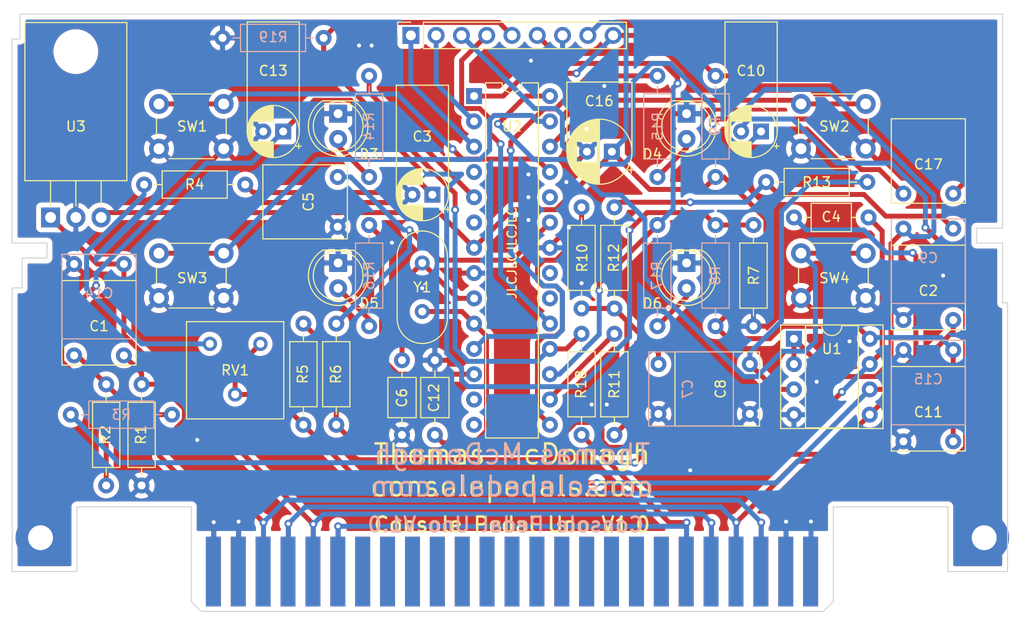
<source format=kicad_pcb>
(kicad_pcb (version 20171130) (host pcbnew "(5.1.7)-1")
  (layers (0 F.Cu signal) (31 B.Cu signal) (34 B.Paste user) (35 F.Paste user) (36 B.SilkS user) (37 F.SilkS user) (38 B.Mask user hide) (39 F.Mask user) (44 Edge.Cuts user))
  (net 0 "")
  (net 1 GND)
  (net 2 /LEDPower)
  (net 3 /Input)
  (net 4 /Output)
  (net 5 +9V)
  (net 6 "Net-(C2-Pad1)")
  (net 7 "Net-(C3-Pad1)")
  (net 8 "Net-(C4-Pad1)")
  (net 9 "Net-(C6-Pad2)")
  (net 10 "Net-(C10-Pad1)")
  (net 11 "Net-(D3-Pad2)")
  (net 12 "Net-(C1-Pad2)")
  (net 13 "Net-(C4-Pad2)")
  (net 14 /A0)
  (net 15 "Net-(C7-Pad1)")
  (net 16 "Net-(C8-Pad1)")
  (net 17 "Net-(C9-Pad1)")
  (net 18 +5V)
  (net 19 "Net-(C12-Pad1)")
  (net 20 +2V5)
  (net 21 "Net-(C17-Pad2)")
  (net 22 /pin1)
  (net 23 "Net-(D4-Pad2)")
  (net 24 "Net-(D5-Pad2)")
  (net 25 "Net-(D6-Pad2)")
  (net 26 /TX)
  (net 27 /RX)
  (net 28 /pin19)
  (net 29 /DIG_12)
  (net 30 /DIG_11)
  (net 31 "Net-(R4-Pad2)")
  (net 32 /PWM_9)
  (net 33 /PWM_10)
  (net 34 /DIG_3)
  (net 35 /DIG_5)
  (net 36 /DIG_6)
  (net 37 /A2)
  (net 38 /A3)
  (net 39 /A4)
  (net 40 /A5)
  (module libraries:N64-Connector (layer F.Cu) (at 132.715 126)
    (fp_text reference J1 hide)
    (fp_text value Conn_02x25_Counter_Clockwise)
    (pad 1 connect rect (at -30 0) (size 1.5 7) (layers F.Cu F.Mask) (net 1 GND))
    (pad 2 connect rect (at -27.5 0) (size 1.5 7) (layers F.Cu F.Mask) (net 1 GND))
    (pad 3 connect rect (at -25 0) (size 1.5 7) (layers F.Cu F.Mask) (net 3 /Input))
    (pad 4 connect rect (at -22.5 0) (size 1.5 7) (layers F.Cu F.Mask) (net 4 /Output))
    (pad 5 connect rect (at -20 0) (size 1.5 7) (layers F.Cu F.Mask) (net 5 +9V))
    (pad 6 connect rect (at -17.5 0) (size 1.5 7) (layers F.Cu F.Mask) (net 2 /LEDPower))
    (pad 7 connect rect (at -15 0) (size 1.5 7) (layers F.Cu F.Mask))
    (pad 8 connect rect (at -12.5 0) (size 1.5 7) (layers F.Cu F.Mask))
    (pad 9 connect rect (at -10 0) (size 1.5 7) (layers F.Cu F.Mask))
    (pad 10 connect rect (at -7.5 0) (size 1.5 7) (layers F.Cu F.Mask))
    (pad 11 connect rect (at -5 0) (size 1.5 7) (layers F.Cu F.Mask))
    (pad 12 connect rect (at -2.5 0) (size 1.5 7) (layers F.Cu F.Mask))
    (pad 13 connect rect (at 0 0) (size 1.5 7) (layers F.Cu F.Mask))
    (pad 14 connect rect (at 2.5 0) (size 1.5 7) (layers F.Cu F.Mask))
    (pad 15 connect rect (at 5 0) (size 1.5 7) (layers F.Cu F.Mask))
    (pad 16 connect rect (at 7.5 0) (size 1.5 7) (layers F.Cu F.Mask))
    (pad 17 connect rect (at 10 0) (size 1.5 7) (layers F.Cu F.Mask))
    (pad 18 connect rect (at 12.5 0) (size 1.5 7) (layers F.Cu F.Mask))
    (pad 19 connect rect (at 15 0) (size 1.5 7) (layers F.Cu F.Mask))
    (pad 20 connect rect (at 17.5 0) (size 1.5 7) (layers F.Cu F.Mask) (net 2 /LEDPower))
    (pad 21 connect rect (at 20 0) (size 1.5 7) (layers F.Cu F.Mask) (net 5 +9V))
    (pad 22 connect rect (at 22.5 0) (size 1.5 7) (layers F.Cu F.Mask) (net 4 /Output))
    (pad 23 connect rect (at 25 0) (size 1.5 7) (layers F.Cu F.Mask) (net 3 /Input))
    (pad 24 connect rect (at 27.5 0) (size 1.5 7) (layers F.Cu F.Mask) (net 1 GND))
    (pad 25 connect rect (at 30 0) (size 1.5 7) (layers F.Cu F.Mask) (net 1 GND))
    (pad 26 connect rect (at -30 0) (size 1.5 7) (layers B.Cu B.Mask) (net 1 GND))
    (pad 27 connect rect (at -27.5 0) (size 1.5 7) (layers B.Cu B.Mask) (net 1 GND))
    (pad 28 connect rect (at -25 0) (size 1.5 7) (layers B.Cu B.Mask) (net 3 /Input))
    (pad 29 connect rect (at -22.5 0) (size 1.5 7) (layers B.Cu B.Mask) (net 4 /Output))
    (pad 30 connect rect (at -20 0) (size 1.5 7) (layers B.Cu B.Mask) (net 5 +9V))
    (pad 31 connect rect (at -17.5 0) (size 1.5 7) (layers B.Cu B.Mask) (net 2 /LEDPower))
    (pad 32 connect rect (at -15 0) (size 1.5 7) (layers B.Cu B.Mask))
    (pad 33 connect rect (at -12.5 0) (size 1.5 7) (layers B.Cu B.Mask))
    (pad 34 connect rect (at -10 0) (size 1.5 7) (layers B.Cu B.Mask))
    (pad 35 connect rect (at -7.5 0) (size 1.5 7) (layers B.Cu B.Mask))
    (pad 36 connect rect (at -5 0) (size 1.5 7) (layers B.Cu B.Mask))
    (pad 37 connect rect (at -2.5 0) (size 1.5 7) (layers B.Cu B.Mask))
    (pad 38 connect rect (at 0 0) (size 1.5 7) (layers B.Cu B.Mask))
    (pad 39 connect rect (at 2.5 0) (size 1.5 7) (layers B.Cu B.Mask))
    (pad 40 connect rect (at 5 0) (size 1.5 7) (layers B.Cu B.Mask))
    (pad 41 connect rect (at 7.5 0) (size 1.5 7) (layers B.Cu B.Mask))
    (pad 42 connect rect (at 10 0) (size 1.5 7) (layers B.Cu B.Mask))
    (pad 43 connect rect (at 12.5 0) (size 1.5 7) (layers B.Cu B.Mask))
    (pad 44 connect rect (at 15 0) (size 1.5 7) (layers B.Cu B.Mask))
    (pad 45 connect rect (at 17.5 0) (size 1.5 7) (layers B.Cu B.Mask) (net 2 /LEDPower))
    (pad 46 connect rect (at 20 0) (size 1.5 7) (layers B.Cu B.Mask) (net 5 +9V))
    (pad 47 connect rect (at 22.5 0) (size 1.5 7) (layers B.Cu B.Mask) (net 4 /Output))
    (pad 48 connect rect (at 25 0) (size 1.5 7) (layers B.Cu B.Mask) (net 3 /Input))
    (pad 49 connect rect (at 27.5 0) (size 1.5 7) (layers B.Cu B.Mask) (net 1 GND))
    (pad 50 connect rect (at 30 0) (size 1.5 7) (layers B.Cu B.Mask) (net 1 GND))
  )
  (module MountingHole:MountingHole_2.5mm_Pad (layer F.Cu) (at 85.35 122.6)
    (fp_text reference H1 hide)
    (fp_text value MountingHole_Pad)
    (pad 1 thru_hole circle (at 0 0) (size 5 5) (drill 2.5) (layers *.Cu *.Mask) (net 1 GND))
  )
  (module MountingHole:MountingHole_2.5mm_Pad (layer F.Cu) (at 180.15 122.6)
    (fp_text reference H2 hide)
    (fp_text value MountingHole_Pad)
    (pad 1 thru_hole circle (at 0 0) (size 5 5) (drill 2.5) (layers *.Cu *.Mask) (net 1 GND))
  )
  (module libraries:C_Flat_L7.2_H6.5 (layer F.Cu) (at 93.726 103.886 180)
    (fp_text reference C1 (at 2.5 2.54) (layer F.SilkS))
    (fp_text value 100nF)
    (pad 2 thru_hole circle (at 5 -0.4 180) (size 1.6 1.6) (drill 0.8) (layers *.Cu *.Mask) (net 12 "Net-(C1-Pad2)"))
    (pad 1 thru_hole circle (at 0 -0.4 180) (size 1.6 1.6) (drill 0.8) (layers *.Cu *.Mask) (net 3 /Input))
  )
  (module libraries:C_Flat_L7.2_H6.5 (layer F.Cu) (at 177.038 100.33 180)
    (fp_text reference C2 (at 2.5 2.54) (layer F.SilkS))
    (fp_text value 6.8nF)
    (pad 2 thru_hole circle (at 5 -0.4 180) (size 1.6 1.6) (drill 0.8) (layers *.Cu *.Mask) (net 1 GND))
    (pad 1 thru_hole circle (at 0 -0.4 180) (size 1.6 1.6) (drill 0.8) (layers *.Cu *.Mask) (net 6 "Net-(C2-Pad1)"))
  )
  (module libraries:CP_Radial_D5.0mm_P2.00mm_L11.0mm (layer F.Cu) (at 124.714 88.138 180)
    (fp_text reference C3 (at 1.016 5.842) (layer F.SilkS))
    (fp_text value 4.7uF)
    (pad 2 thru_hole circle (at 2 0 180) (size 1.6 1.6) (drill 0.8) (layers *.Cu *.Mask) (net 1 GND))
    (pad 1 thru_hole rect (at 0 0 180) (size 1.6 1.6) (drill 0.8) (layers *.Cu *.Mask) (net 7 "Net-(C3-Pad1)"))
  )
  (module Capacitor_THT:C_Axial_L3.8mm_D2.6mm_P7.50mm_Horizontal (layer F.Cu) (at 161.036 90.424)
    (fp_text reference C4 (at 3.75 -0.051001) (layer F.SilkS))
    (fp_text value 270pF)
    (pad 1 thru_hole circle (at 0 0) (size 1.6 1.6) (drill 0.8) (layers *.Cu *.Mask) (net 8 "Net-(C4-Pad1)"))
    (pad 2 thru_hole oval (at 7.5 0) (size 1.6 1.6) (drill 0.8) (layers *.Cu *.Mask) (net 13 "Net-(C4-Pad2)"))
  )
  (module libraries:C_Flat_L7.2_H6.5 (layer F.Cu) (at 114.808 86.36 270)
    (fp_text reference C5 (at 2.5 2.54 90) (layer F.SilkS))
    (fp_text value 6.8nF)
    (pad 1 thru_hole circle (at 0 -0.4 270) (size 1.6 1.6) (drill 0.8) (layers *.Cu *.Mask) (net 14 /A0))
    (pad 2 thru_hole circle (at 5 -0.4 270) (size 1.6 1.6) (drill 0.8) (layers *.Cu *.Mask) (net 1 GND))
  )
  (module Capacitor_THT:C_Axial_L3.8mm_D2.6mm_P7.50mm_Horizontal (layer F.Cu) (at 121.666 112.268 90)
    (fp_text reference C6 (at 3.724999 -0.009001 90) (layer F.SilkS))
    (fp_text value 22pF)
    (pad 1 thru_hole circle (at 0 0 90) (size 1.6 1.6) (drill 0.8) (layers *.Cu *.Mask) (net 1 GND))
    (pad 2 thru_hole oval (at 7.5 0 90) (size 1.6 1.6) (drill 0.8) (layers *.Cu *.Mask) (net 9 "Net-(C6-Pad2)"))
  )
  (module libraries:C_Flat_L7.2_H6.5 (layer B.Cu) (at 147.828 105.156 270)
    (fp_text reference C7 (at 2.5 -2.54 90) (layer B.SilkS) (effects (justify mirror)))
    (fp_text value 6.8nF)
    (pad 1 thru_hole circle (at 0 0.4 270) (size 1.6 1.6) (drill 0.8) (layers *.Cu *.Mask) (net 15 "Net-(C7-Pad1)"))
    (pad 2 thru_hole circle (at 5 0.4 270) (size 1.6 1.6) (drill 0.8) (layers *.Cu *.Mask) (net 1 GND))
  )
  (module libraries:C_Flat_L7.2_H6.5 (layer F.Cu) (at 156.21 105.156 270)
    (fp_text reference C8 (at 2.5 2.54 90) (layer F.SilkS))
    (fp_text value 6.8nF)
    (pad 1 thru_hole circle (at 0 -0.4 270) (size 1.6 1.6) (drill 0.8) (layers *.Cu *.Mask) (net 16 "Net-(C8-Pad1)"))
    (pad 2 thru_hole circle (at 5 -0.4 270) (size 1.6 1.6) (drill 0.8) (layers *.Cu *.Mask) (net 1 GND))
  )
  (module libraries:C_Flat_L7.2_H6.5 (layer B.Cu) (at 177.038 91.948 180)
    (fp_text reference C9 (at 2.5 -2.54) (layer B.SilkS) (effects (justify mirror)))
    (fp_text value 6.8nF)
    (pad 1 thru_hole circle (at 0 0.4 180) (size 1.6 1.6) (drill 0.8) (layers *.Cu *.Mask) (net 17 "Net-(C9-Pad1)"))
    (pad 2 thru_hole circle (at 5 0.4 180) (size 1.6 1.6) (drill 0.8) (layers *.Cu *.Mask) (net 10 "Net-(C10-Pad1)"))
  )
  (module libraries:CP_Radial_D5.0mm_P2.00mm_L11.0mm (layer F.Cu) (at 157.734 81.788 180)
    (fp_text reference C10 (at 1.016 6.096) (layer F.SilkS))
    (fp_text value 4.7uF)
    (pad 1 thru_hole rect (at 0 0 180) (size 1.6 1.6) (drill 0.8) (layers *.Cu *.Mask) (net 10 "Net-(C10-Pad1)"))
    (pad 2 thru_hole circle (at 2 0 180) (size 1.6 1.6) (drill 0.8) (layers *.Cu *.Mask) (net 4 /Output))
  )
  (module libraries:C_Flat_L7.2_H6.5 (layer F.Cu) (at 177.038 112.522 180)
    (fp_text reference C11 (at 2.5 2.54) (layer F.SilkS))
    (fp_text value 100nF)
    (pad 2 thru_hole circle (at 5 -0.4 180) (size 1.6 1.6) (drill 0.8) (layers *.Cu *.Mask) (net 1 GND))
    (pad 1 thru_hole circle (at 0 -0.4 180) (size 1.6 1.6) (drill 0.8) (layers *.Cu *.Mask) (net 18 +5V))
  )
  (module Capacitor_THT:C_Axial_L3.8mm_D2.6mm_P7.50mm_Horizontal (layer F.Cu) (at 124.968 112.268 90)
    (fp_text reference C12 (at 3.724999 -0.095001 90) (layer F.SilkS))
    (fp_text value 22pF)
    (pad 2 thru_hole oval (at 7.5 0 90) (size 1.6 1.6) (drill 0.8) (layers *.Cu *.Mask) (net 1 GND))
    (pad 1 thru_hole circle (at 0 0 90) (size 1.6 1.6) (drill 0.8) (layers *.Cu *.Mask) (net 19 "Net-(C12-Pad1)"))
  )
  (module libraries:CP_Radial_D5.0mm_P2.00mm_L11.0mm (layer F.Cu) (at 109.728 81.788 180)
    (fp_text reference C13 (at 1 6.096) (layer F.SilkS))
    (fp_text value 4.7uF)
    (pad 1 thru_hole rect (at 0 0 180) (size 1.6 1.6) (drill 0.8) (layers *.Cu *.Mask) (net 20 +2V5))
    (pad 2 thru_hole circle (at 2 0 180) (size 1.6 1.6) (drill 0.8) (layers *.Cu *.Mask) (net 1 GND))
  )
  (module libraries:C_Flat_L7.2_H6.5 (layer B.Cu) (at 93.726 95.504 180)
    (fp_text reference C14 (at 2.5 -2.54) (layer B.SilkS) (effects (justify mirror)))
    (fp_text value 0.33uF)
    (pad 2 thru_hole circle (at 5 0.4 180) (size 1.6 1.6) (drill 0.8) (layers *.Cu *.Mask) (net 1 GND))
    (pad 1 thru_hole circle (at 0 0.4 180) (size 1.6 1.6) (drill 0.8) (layers *.Cu *.Mask) (net 5 +9V))
  )
  (module libraries:C_Flat_L7.2_H6.5 (layer B.Cu) (at 177.038 104.14 180)
    (fp_text reference C15 (at 2.5 -2.54) (layer B.SilkS) (effects (justify mirror)))
    (fp_text value 100nF)
    (pad 1 thru_hole circle (at 0 0.4 180) (size 1.6 1.6) (drill 0.8) (layers *.Cu *.Mask) (net 18 +5V))
    (pad 2 thru_hole circle (at 5 0.4 180) (size 1.6 1.6) (drill 0.8) (layers *.Cu *.Mask) (net 1 GND))
  )
  (module libraries:CP_Radial_D6.3mm_P2.50mm_L7.0mm (layer F.Cu) (at 142.748 83.82 180)
    (fp_text reference C16 (at 1.27 5.08) (layer F.SilkS))
    (fp_text value 10uF)
    (pad 1 thru_hole rect (at 0 0 180) (size 1.6 1.6) (drill 0.8) (layers *.Cu *.Mask) (net 18 +5V))
    (pad 2 thru_hole circle (at 2.5 0 180) (size 1.6 1.6) (drill 0.8) (layers *.Cu *.Mask) (net 1 GND))
  )
  (module libraries:C_Flat_L7.2_H6.5 (layer F.Cu) (at 177.038 87.63 180)
    (fp_text reference C17 (at 2.5 2.54) (layer F.SilkS))
    (fp_text value 100nF)
    (pad 2 thru_hole circle (at 5 -0.4 180) (size 1.6 1.6) (drill 0.8) (layers *.Cu *.Mask) (net 21 "Net-(C17-Pad2)"))
    (pad 1 thru_hole circle (at 0 -0.4 180) (size 1.6 1.6) (drill 0.8) (layers *.Cu *.Mask) (net 22 /pin1))
  )
  (module LED_THT:LED_D5.0mm (layer F.Cu) (at 115.25 80 270)
    (fp_text reference D3 (at 4.064 -3.114 180) (layer F.SilkS))
    (fp_text value LED)
    (pad 1 thru_hole rect (at 0 0 270) (size 1.8 1.8) (drill 0.9) (layers *.Cu *.Mask) (net 1 GND))
    (pad 2 thru_hole circle (at 2.54 0 270) (size 1.8 1.8) (drill 0.9) (layers *.Cu *.Mask) (net 11 "Net-(D3-Pad2)"))
  )
  (module LED_THT:LED_D5.0mm (layer F.Cu) (at 150.25 80 270)
    (fp_text reference D4 (at 4.064 3.438 180) (layer F.SilkS))
    (fp_text value LED)
    (pad 2 thru_hole circle (at 2.54 0 270) (size 1.8 1.8) (drill 0.9) (layers *.Cu *.Mask) (net 23 "Net-(D4-Pad2)"))
    (pad 1 thru_hole rect (at 0 0 270) (size 1.8 1.8) (drill 0.9) (layers *.Cu *.Mask) (net 1 GND))
  )
  (module LED_THT:LED_D5.0mm (layer F.Cu) (at 115.25 95 270)
    (fp_text reference D5 (at 4.06 -3.114 180) (layer F.SilkS))
    (fp_text value LED)
    (pad 1 thru_hole rect (at 0 0 270) (size 1.8 1.8) (drill 0.9) (layers *.Cu *.Mask) (net 1 GND))
    (pad 2 thru_hole circle (at 2.54 0 270) (size 1.8 1.8) (drill 0.9) (layers *.Cu *.Mask) (net 24 "Net-(D5-Pad2)"))
  )
  (module LED_THT:LED_D5.0mm (layer F.Cu) (at 150.25 95 270)
    (fp_text reference D6 (at 4.06 3.438 180) (layer F.SilkS))
    (fp_text value LED)
    (pad 2 thru_hole circle (at 2.54 0 270) (size 1.8 1.8) (drill 0.9) (layers *.Cu *.Mask) (net 25 "Net-(D6-Pad2)"))
    (pad 1 thru_hole rect (at 0 0 270) (size 1.8 1.8) (drill 0.9) (layers *.Cu *.Mask) (net 1 GND))
  )
  (module Connector_PinSocket_2.54mm:PinSocket_1x09_P2.54mm_Vertical (layer F.Cu) (at 122.555 72.136 90)
    (fp_text reference J2 hide)
    (fp_text value EXT)
    (pad 1 thru_hole rect (at 0 0 90) (size 1.7 1.7) (drill 1) (layers *.Cu *.Mask) (net 26 /TX))
    (pad 2 thru_hole oval (at 0 2.54 90) (size 1.7 1.7) (drill 1) (layers *.Cu *.Mask) (net 27 /RX))
    (pad 3 thru_hole oval (at 0 5.08 90) (size 1.7 1.7) (drill 1) (layers *.Cu *.Mask) (net 21 "Net-(C17-Pad2)"))
    (pad 4 thru_hole oval (at 0 7.62 90) (size 1.7 1.7) (drill 1) (layers *.Cu *.Mask) (net 28 /pin19))
    (pad 5 thru_hole oval (at 0 10.16 90) (size 1.7 1.7) (drill 1) (layers *.Cu *.Mask) (net 29 /DIG_12))
    (pad 6 thru_hole oval (at 0 12.7 90) (size 1.7 1.7) (drill 1) (layers *.Cu *.Mask) (net 30 /DIG_11))
    (pad 7 thru_hole oval (at 0 15.24 90) (size 1.7 1.7) (drill 1) (layers *.Cu *.Mask) (net 1 GND))
    (pad 8 thru_hole oval (at 0 17.78 90) (size 1.7 1.7) (drill 1) (layers *.Cu *.Mask) (net 18 +5V))
    (pad 9 thru_hole oval (at 0 20.32 90) (size 1.7 1.7) (drill 1) (layers *.Cu *.Mask) (net 22 /pin1))
  )
  (module Resistor_THT:R_Axial_DIN0207_L6.3mm_D2.5mm_P10.16mm_Horizontal (layer F.Cu) (at 95.504 117.348 90)
    (fp_text reference R1 (at 5.08 -0.059001 90) (layer F.SilkS))
    (fp_text value 1M)
    (pad 1 thru_hole circle (at 0 0 90) (size 1.6 1.6) (drill 0.8) (layers *.Cu *.Mask) (net 1 GND))
    (pad 2 thru_hole oval (at 10.16 0 90) (size 1.6 1.6) (drill 0.8) (layers *.Cu *.Mask) (net 3 /Input))
  )
  (module Resistor_THT:R_Axial_DIN0207_L6.3mm_D2.5mm_P10.16mm_Horizontal (layer F.Cu) (at 91.948 117.348 90)
    (fp_text reference R2 (at 5.08 -0.099001 90) (layer F.SilkS))
    (fp_text value 1M)
    (pad 2 thru_hole oval (at 10.16 0 90) (size 1.6 1.6) (drill 0.8) (layers *.Cu *.Mask) (net 12 "Net-(C1-Pad2)"))
    (pad 1 thru_hole circle (at 0 0 90) (size 1.6 1.6) (drill 0.8) (layers *.Cu *.Mask) (net 20 +2V5))
  )
  (module Resistor_THT:R_Axial_DIN0207_L6.3mm_D2.5mm_P10.16mm_Horizontal (layer B.Cu) (at 98.552 110.236 180)
    (fp_text reference R3 (at 5.08 0.001001) (layer B.SilkS) (effects (justify mirror)))
    (fp_text value 4.7K)
    (pad 1 thru_hole circle (at 0 0 180) (size 1.6 1.6) (drill 0.8) (layers *.Cu *.Mask) (net 12 "Net-(C1-Pad2)"))
    (pad 2 thru_hole oval (at 10.16 0 180) (size 1.6 1.6) (drill 0.8) (layers *.Cu *.Mask) (net 6 "Net-(C2-Pad1)"))
  )
  (module Resistor_THT:R_Axial_DIN0207_L6.3mm_D2.5mm_P10.16mm_Horizontal (layer F.Cu) (at 105.918 87.122 180)
    (fp_text reference R4 (at 5.08 0.012999) (layer F.SilkS))
    (fp_text value 4.7K)
    (pad 2 thru_hole oval (at 10.16 0 180) (size 1.6 1.6) (drill 0.8) (layers *.Cu *.Mask) (net 31 "Net-(R4-Pad2)"))
    (pad 1 thru_hole circle (at 0 0 180) (size 1.6 1.6) (drill 0.8) (layers *.Cu *.Mask) (net 7 "Net-(C3-Pad1)"))
  )
  (module Resistor_THT:R_Axial_DIN0207_L6.3mm_D2.5mm_P10.16mm_Horizontal (layer F.Cu) (at 111.76 111.252 90)
    (fp_text reference R5 (at 5.08 -0.067001 90) (layer F.SilkS))
    (fp_text value 100K)
    (pad 2 thru_hole oval (at 10.16 0 90) (size 1.6 1.6) (drill 0.8) (layers *.Cu *.Mask) (net 13 "Net-(C4-Pad2)"))
    (pad 1 thru_hole circle (at 0 0 90) (size 1.6 1.6) (drill 0.8) (layers *.Cu *.Mask) (net 8 "Net-(C4-Pad1)"))
  )
  (module Resistor_THT:R_Axial_DIN0207_L6.3mm_D2.5mm_P10.16mm_Horizontal (layer F.Cu) (at 115.062 111.252 90)
    (fp_text reference R6 (at 5.08 -0.031001 90) (layer F.SilkS))
    (fp_text value 4.7K)
    (pad 1 thru_hole circle (at 0 0 90) (size 1.6 1.6) (drill 0.8) (layers *.Cu *.Mask) (net 13 "Net-(C4-Pad2)"))
    (pad 2 thru_hole oval (at 10.16 0 90) (size 1.6 1.6) (drill 0.8) (layers *.Cu *.Mask) (net 14 /A0))
  )
  (module Resistor_THT:R_Axial_DIN0207_L6.3mm_D2.5mm_P10.16mm_Horizontal (layer F.Cu) (at 156.972 91.186 270)
    (fp_text reference R7 (at 5.08 -0.039001 90) (layer F.SilkS))
    (fp_text value 100K)
    (pad 2 thru_hole oval (at 10.16 0 270) (size 1.6 1.6) (drill 0.8) (layers *.Cu *.Mask) (net 1 GND))
    (pad 1 thru_hole circle (at 0 0 270) (size 1.6 1.6) (drill 0.8) (layers *.Cu *.Mask) (net 20 +2V5))
  )
  (module Resistor_THT:R_Axial_DIN0207_L6.3mm_D2.5mm_P10.16mm_Horizontal (layer B.Cu) (at 153.162 101.346 90)
    (fp_text reference R8 (at 5.08 -0.040999 90) (layer B.SilkS) (effects (justify mirror)))
    (fp_text value 100K)
    (pad 1 thru_hole circle (at 0 0 90) (size 1.6 1.6) (drill 0.8) (layers *.Cu *.Mask) (net 18 +5V))
    (pad 2 thru_hole oval (at 10.16 0 90) (size 1.6 1.6) (drill 0.8) (layers *.Cu *.Mask) (net 20 +2V5))
  )
  (module Resistor_THT:R_Axial_DIN0207_L6.3mm_D2.5mm_P10.16mm_Horizontal (layer B.Cu) (at 153.162 86.36 90)
    (fp_text reference R9 (at 5.08 -0.054999 90) (layer B.SilkS) (effects (justify mirror)))
    (fp_text value 10K)
    (pad 2 thru_hole oval (at 10.16 0 90) (size 1.6 1.6) (drill 0.8) (layers *.Cu *.Mask) (net 22 /pin1))
    (pad 1 thru_hole circle (at 0 0 90) (size 1.6 1.6) (drill 0.8) (layers *.Cu *.Mask) (net 18 +5V))
  )
  (module Resistor_THT:R_Axial_DIN0207_L6.3mm_D2.5mm_P10.16mm_Horizontal (layer F.Cu) (at 139.7 89.408 270)
    (fp_text reference R10 (at 5.08 -0.071001 90) (layer F.SilkS))
    (fp_text value 4.7K)
    (pad 1 thru_hole circle (at 0 0 270) (size 1.6 1.6) (drill 0.8) (layers *.Cu *.Mask) (net 32 /PWM_9))
    (pad 2 thru_hole oval (at 10.16 0 270) (size 1.6 1.6) (drill 0.8) (layers *.Cu *.Mask) (net 15 "Net-(C7-Pad1)"))
  )
  (module Resistor_THT:R_Axial_DIN0207_L6.3mm_D2.5mm_P10.16mm_Horizontal (layer F.Cu) (at 143.002 112.268 90)
    (fp_text reference R11 (at 5.08 -0.001001 90) (layer F.SilkS))
    (fp_text value 1.2M)
    (pad 2 thru_hole oval (at 10.16 0 90) (size 1.6 1.6) (drill 0.8) (layers *.Cu *.Mask) (net 33 /PWM_10))
    (pad 1 thru_hole circle (at 0 0 90) (size 1.6 1.6) (drill 0.8) (layers *.Cu *.Mask) (net 15 "Net-(C7-Pad1)"))
  )
  (module Resistor_THT:R_Axial_DIN0207_L6.3mm_D2.5mm_P10.16mm_Horizontal (layer F.Cu) (at 143.002 99.568 90)
    (fp_text reference R12 (at 5.08 -0.057001 90) (layer F.SilkS))
    (fp_text value 4.7K)
    (pad 2 thru_hole oval (at 10.16 0 90) (size 1.6 1.6) (drill 0.8) (layers *.Cu *.Mask) (net 17 "Net-(C9-Pad1)"))
    (pad 1 thru_hole circle (at 0 0 90) (size 1.6 1.6) (drill 0.8) (layers *.Cu *.Mask) (net 15 "Net-(C7-Pad1)"))
  )
  (module Resistor_THT:R_Axial_DIN0207_L6.3mm_D2.5mm_P10.16mm_Horizontal (layer F.Cu) (at 158.242 86.868)
    (fp_text reference R13 (at 5.08 0.026999) (layer F.SilkS))
    (fp_text value 4.7K)
    (pad 1 thru_hole circle (at 0 0) (size 1.6 1.6) (drill 0.8) (layers *.Cu *.Mask) (net 17 "Net-(C9-Pad1)"))
    (pad 2 thru_hole oval (at 10.16 0) (size 1.6 1.6) (drill 0.8) (layers *.Cu *.Mask) (net 16 "Net-(C8-Pad1)"))
  )
  (module Resistor_THT:R_Axial_DIN0207_L6.3mm_D2.5mm_P10.16mm_Horizontal (layer B.Cu) (at 118.364 76.2 270)
    (fp_text reference R14 (at 5.08 0.017001 270) (layer B.SilkS) (effects (justify mirror)))
    (fp_text value RLED)
    (pad 1 thru_hole circle (at 0 0 270) (size 1.6 1.6) (drill 0.8) (layers *.Cu *.Mask) (net 34 /DIG_3))
    (pad 2 thru_hole oval (at 10.16 0 270) (size 1.6 1.6) (drill 0.8) (layers *.Cu *.Mask) (net 11 "Net-(D3-Pad2)"))
  )
  (module Resistor_THT:R_Axial_DIN0207_L6.3mm_D2.5mm_P10.16mm_Horizontal (layer B.Cu) (at 147.32 76.2 270)
    (fp_text reference R15 (at 5.08 -0.026999 270) (layer B.SilkS) (effects (justify mirror)))
    (fp_text value RLED)
    (pad 1 thru_hole circle (at 0 0 270) (size 1.6 1.6) (drill 0.8) (layers *.Cu *.Mask) (net 35 /DIG_5))
    (pad 2 thru_hole oval (at 10.16 0 270) (size 1.6 1.6) (drill 0.8) (layers *.Cu *.Mask) (net 23 "Net-(D4-Pad2)"))
  )
  (module Resistor_THT:R_Axial_DIN0207_L6.3mm_D2.5mm_P10.16mm_Horizontal (layer B.Cu) (at 118.364 91.186 270)
    (fp_text reference R16 (at 5.08 0 90) (layer B.SilkS) (effects (justify mirror)))
    (fp_text value RLED)
    (pad 2 thru_hole oval (at 10.16 0 270) (size 1.6 1.6) (drill 0.8) (layers *.Cu *.Mask) (net 24 "Net-(D5-Pad2)"))
    (pad 1 thru_hole circle (at 0 0 270) (size 1.6 1.6) (drill 0.8) (layers *.Cu *.Mask) (net 36 /DIG_6))
  )
  (module Resistor_THT:R_Axial_DIN0207_L6.3mm_D2.5mm_P10.16mm_Horizontal (layer B.Cu) (at 147.32 91.186 270)
    (fp_text reference R17 (at 5.08 0.053001 90) (layer B.SilkS) (effects (justify mirror)))
    (fp_text value RLED)
    (pad 1 thru_hole circle (at 0 0 270) (size 1.6 1.6) (drill 0.8) (layers *.Cu *.Mask) (net 30 /DIG_11))
    (pad 2 thru_hole oval (at 10.16 0 270) (size 1.6 1.6) (drill 0.8) (layers *.Cu *.Mask) (net 25 "Net-(D6-Pad2)"))
  )
  (module Resistor_THT:R_Axial_DIN0207_L6.3mm_D2.5mm_P10.16mm_Horizontal (layer F.Cu) (at 139.7 112.268 90)
    (fp_text reference R18 (at 5.08 -0.045001 90) (layer F.SilkS))
    (fp_text value 100K)
    (pad 2 thru_hole oval (at 10.16 0 90) (size 1.6 1.6) (drill 0.8) (layers *.Cu *.Mask) (net 29 /DIG_12))
    (pad 1 thru_hole circle (at 0 0 90) (size 1.6 1.6) (drill 0.8) (layers *.Cu *.Mask) (net 2 /LEDPower))
  )
  (module Resistor_THT:R_Axial_DIN0207_L6.3mm_D2.5mm_P10.16mm_Horizontal (layer B.Cu) (at 113.792 72.39 180)
    (fp_text reference R19 (at 5.064999 0.085001) (layer B.SilkS) (effects (justify mirror)))
    (fp_text value 100K)
    (pad 1 thru_hole circle (at 0 0 180) (size 1.6 1.6) (drill 0.8) (layers *.Cu *.Mask) (net 29 /DIG_12))
    (pad 2 thru_hole oval (at 10.16 0 180) (size 1.6 1.6) (drill 0.8) (layers *.Cu *.Mask) (net 1 GND))
  )
  (module Potentiometer_THT:Potentiometer_Bourns_3386F_Vertical (layer F.Cu) (at 102.362 103.124 270)
    (fp_text reference RV1 (at 2.655 -2.54 180) (layer F.SilkS))
    (fp_text value 500K)
    (pad 3 thru_hole circle (at 0 -5.08 270) (size 1.44 1.44) (drill 0.8) (layers *.Cu *.Mask) (net 8 "Net-(C4-Pad1)"))
    (pad 2 thru_hole circle (at 5.08 -2.54 270) (size 1.44 1.44) (drill 0.8) (layers *.Cu *.Mask) (net 8 "Net-(C4-Pad1)"))
    (pad 1 thru_hole circle (at 0 0 270) (size 1.44 1.44) (drill 0.8) (layers *.Cu *.Mask) (net 31 "Net-(R4-Pad2)"))
  )
  (module Button_Switch_THT:SW_PUSH_6mm (layer F.Cu) (at 97.25 79.02)
    (fp_text reference SW1 (at 3.334 2.26) (layer F.SilkS))
    (fp_text value SW_Push)
    (pad 2 thru_hole circle (at 0 4.5 90) (size 2 2) (drill 1.1) (layers *.Cu *.Mask) (net 1 GND))
    (pad 1 thru_hole circle (at 0 0 90) (size 2 2) (drill 1.1) (layers *.Cu *.Mask) (net 37 /A2))
    (pad 2 thru_hole circle (at 6.5 4.5 90) (size 2 2) (drill 1.1) (layers *.Cu *.Mask) (net 1 GND))
    (pad 1 thru_hole circle (at 6.5 0 90) (size 2 2) (drill 1.1) (layers *.Cu *.Mask) (net 37 /A2))
  )
  (module Button_Switch_THT:SW_PUSH_6mm (layer F.Cu) (at 161.75 79.02)
    (fp_text reference SW2 (at 3.35 2.26) (layer F.SilkS))
    (fp_text value SW_Push)
    (pad 1 thru_hole circle (at 6.5 0 90) (size 2 2) (drill 1.1) (layers *.Cu *.Mask) (net 38 /A3))
    (pad 2 thru_hole circle (at 6.5 4.5 90) (size 2 2) (drill 1.1) (layers *.Cu *.Mask) (net 1 GND))
    (pad 1 thru_hole circle (at 0 0 90) (size 2 2) (drill 1.1) (layers *.Cu *.Mask) (net 38 /A3))
    (pad 2 thru_hole circle (at 0 4.5 90) (size 2 2) (drill 1.1) (layers *.Cu *.Mask) (net 1 GND))
  )
  (module Button_Switch_THT:SW_PUSH_6mm (layer F.Cu) (at 97.25 94.02)
    (fp_text reference SW3 (at 3.334 2.5) (layer F.SilkS))
    (fp_text value SW_Push)
    (pad 2 thru_hole circle (at 0 4.5 90) (size 2 2) (drill 1.1) (layers *.Cu *.Mask) (net 1 GND))
    (pad 1 thru_hole circle (at 0 0 90) (size 2 2) (drill 1.1) (layers *.Cu *.Mask) (net 39 /A4))
    (pad 2 thru_hole circle (at 6.5 4.5 90) (size 2 2) (drill 1.1) (layers *.Cu *.Mask) (net 1 GND))
    (pad 1 thru_hole circle (at 6.5 0 90) (size 2 2) (drill 1.1) (layers *.Cu *.Mask) (net 39 /A4))
  )
  (module Button_Switch_THT:SW_PUSH_6mm (layer F.Cu) (at 161.75 94.02)
    (fp_text reference SW4 (at 3.35 2.5) (layer F.SilkS))
    (fp_text value SW_Push)
    (pad 1 thru_hole circle (at 6.5 0 90) (size 2 2) (drill 1.1) (layers *.Cu *.Mask) (net 40 /A5))
    (pad 2 thru_hole circle (at 6.5 4.5 90) (size 2 2) (drill 1.1) (layers *.Cu *.Mask) (net 1 GND))
    (pad 1 thru_hole circle (at 0 0 90) (size 2 2) (drill 1.1) (layers *.Cu *.Mask) (net 40 /A5))
    (pad 2 thru_hole circle (at 0 4.5 90) (size 2 2) (drill 1.1) (layers *.Cu *.Mask) (net 1 GND))
  )
  (module Package_DIP:DIP-8_W7.62mm_Socket (layer F.Cu) (at 161.036 102.616)
    (fp_text reference U1 (at 3.81 1.016) (layer F.SilkS))
    (fp_text value TL972)
    (pad 1 thru_hole rect (at 0 0) (size 1.6 1.6) (drill 0.8) (layers *.Cu *.Mask) (net 10 "Net-(C10-Pad1)"))
    (pad 5 thru_hole oval (at 7.62 7.62) (size 1.6 1.6) (drill 0.8) (layers *.Cu *.Mask) (net 6 "Net-(C2-Pad1)"))
    (pad 2 thru_hole oval (at 0 2.54) (size 1.6 1.6) (drill 0.8) (layers *.Cu *.Mask) (net 10 "Net-(C10-Pad1)"))
    (pad 6 thru_hole oval (at 7.62 5.08) (size 1.6 1.6) (drill 0.8) (layers *.Cu *.Mask) (net 8 "Net-(C4-Pad1)"))
    (pad 3 thru_hole oval (at 0 5.08) (size 1.6 1.6) (drill 0.8) (layers *.Cu *.Mask) (net 16 "Net-(C8-Pad1)"))
    (pad 7 thru_hole oval (at 7.62 2.54) (size 1.6 1.6) (drill 0.8) (layers *.Cu *.Mask) (net 13 "Net-(C4-Pad2)"))
    (pad 4 thru_hole oval (at 0 7.62) (size 1.6 1.6) (drill 0.8) (layers *.Cu *.Mask) (net 1 GND))
    (pad 8 thru_hole oval (at 7.62 0) (size 1.6 1.6) (drill 0.8) (layers *.Cu *.Mask) (net 18 +5V))
  )
  (module Package_DIP:DIP-28_W7.62mm (layer F.Cu) (at 128.905 78.232)
    (fp_text reference U2 (at 3.81 3.048) (layer F.SilkS))
    (fp_text value ATmega328P-PU)
    (pad 1 thru_hole rect (at 0 0) (size 1.6 1.6) (drill 0.8) (layers *.Cu *.Mask) (net 22 /pin1))
    (pad 15 thru_hole oval (at 7.62 33.02) (size 1.6 1.6) (drill 0.8) (layers *.Cu *.Mask) (net 32 /PWM_9))
    (pad 2 thru_hole oval (at 0 2.54) (size 1.6 1.6) (drill 0.8) (layers *.Cu *.Mask) (net 27 /RX))
    (pad 16 thru_hole oval (at 7.62 30.48) (size 1.6 1.6) (drill 0.8) (layers *.Cu *.Mask) (net 33 /PWM_10))
    (pad 3 thru_hole oval (at 0 5.08) (size 1.6 1.6) (drill 0.8) (layers *.Cu *.Mask) (net 26 /TX))
    (pad 17 thru_hole oval (at 7.62 27.94) (size 1.6 1.6) (drill 0.8) (layers *.Cu *.Mask) (net 30 /DIG_11))
    (pad 4 thru_hole oval (at 0 7.62) (size 1.6 1.6) (drill 0.8) (layers *.Cu *.Mask))
    (pad 18 thru_hole oval (at 7.62 25.4) (size 1.6 1.6) (drill 0.8) (layers *.Cu *.Mask) (net 29 /DIG_12))
    (pad 5 thru_hole oval (at 0 10.16) (size 1.6 1.6) (drill 0.8) (layers *.Cu *.Mask) (net 34 /DIG_3))
    (pad 19 thru_hole oval (at 7.62 22.86) (size 1.6 1.6) (drill 0.8) (layers *.Cu *.Mask) (net 28 /pin19))
    (pad 6 thru_hole oval (at 0 12.7) (size 1.6 1.6) (drill 0.8) (layers *.Cu *.Mask))
    (pad 20 thru_hole oval (at 7.62 20.32) (size 1.6 1.6) (drill 0.8) (layers *.Cu *.Mask))
    (pad 7 thru_hole oval (at 0 15.24) (size 1.6 1.6) (drill 0.8) (layers *.Cu *.Mask) (net 18 +5V))
    (pad 21 thru_hole oval (at 7.62 17.78) (size 1.6 1.6) (drill 0.8) (layers *.Cu *.Mask))
    (pad 8 thru_hole oval (at 0 17.78) (size 1.6 1.6) (drill 0.8) (layers *.Cu *.Mask) (net 1 GND))
    (pad 22 thru_hole oval (at 7.62 15.24) (size 1.6 1.6) (drill 0.8) (layers *.Cu *.Mask) (net 1 GND))
    (pad 9 thru_hole oval (at 0 20.32) (size 1.6 1.6) (drill 0.8) (layers *.Cu *.Mask) (net 9 "Net-(C6-Pad2)"))
    (pad 23 thru_hole oval (at 7.62 12.7) (size 1.6 1.6) (drill 0.8) (layers *.Cu *.Mask) (net 14 /A0))
    (pad 10 thru_hole oval (at 0 22.86) (size 1.6 1.6) (drill 0.8) (layers *.Cu *.Mask) (net 19 "Net-(C12-Pad1)"))
    (pad 24 thru_hole oval (at 7.62 10.16) (size 1.6 1.6) (drill 0.8) (layers *.Cu *.Mask))
    (pad 11 thru_hole oval (at 0 25.4) (size 1.6 1.6) (drill 0.8) (layers *.Cu *.Mask) (net 35 /DIG_5))
    (pad 25 thru_hole oval (at 7.62 7.62) (size 1.6 1.6) (drill 0.8) (layers *.Cu *.Mask) (net 37 /A2))
    (pad 12 thru_hole oval (at 0 27.94) (size 1.6 1.6) (drill 0.8) (layers *.Cu *.Mask) (net 36 /DIG_6))
    (pad 26 thru_hole oval (at 7.62 5.08) (size 1.6 1.6) (drill 0.8) (layers *.Cu *.Mask) (net 38 /A3))
    (pad 13 thru_hole oval (at 0 30.48) (size 1.6 1.6) (drill 0.8) (layers *.Cu *.Mask))
    (pad 27 thru_hole oval (at 7.62 2.54) (size 1.6 1.6) (drill 0.8) (layers *.Cu *.Mask) (net 39 /A4))
    (pad 14 thru_hole oval (at 0 33.02) (size 1.6 1.6) (drill 0.8) (layers *.Cu *.Mask))
    (pad 28 thru_hole oval (at 7.62 0) (size 1.6 1.6) (drill 0.8) (layers *.Cu *.Mask) (net 40 /A5))
  )
  (module Crystal:Crystal_HC49-U_Vertical (layer F.Cu) (at 123.698 94.996 270)
    (fp_text reference Y1 (at 2.44 0 180) (layer F.SilkS))
    (fp_text value 16MHz)
    (pad 1 thru_hole circle (at 0 0 270) (size 1.5 1.5) (drill 0.8) (layers *.Cu *.Mask) (net 9 "Net-(C6-Pad2)"))
    (pad 2 thru_hole circle (at 4.88 0 270) (size 1.5 1.5) (drill 0.8) (layers *.Cu *.Mask) (net 19 "Net-(C12-Pad1)"))
  )
  (module Package_TO_SOT_THT:TO-220-3_Horizontal_TabDown (layer F.Cu) (at 86.36 90.424)
    (fp_text reference U3 (at 2.54 -9.144) (layer F.SilkS))
    (fp_text value LM7805_TO220)
    (pad "" np_thru_hole oval (at 2.54 -16.66) (size 3.5 3.5) (drill 3.5) (layers *.Cu *.Mask))
    (pad 1 thru_hole rect (at 0 0) (size 1.905 2) (drill 1.1) (layers *.Cu *.Mask) (net 5 +9V))
    (pad 2 thru_hole oval (at 2.54 0) (size 1.905 2) (drill 1.1) (layers *.Cu *.Mask) (net 1 GND))
    (pad 3 thru_hole oval (at 5.08 0) (size 1.905 2) (drill 1.1) (layers *.Cu *.Mask) (net 18 +5V))
  )
  (gr_text "Thomas McDonagh\nconsolepedals.com" (at 132.715 115.824) (layer B.SilkS) (effects (font (size 2 2) (thickness 0.25)) (justify mirror)))
  (gr_text "Thomas McDonagh\nconsolepedals.com" (at 132.715 115.824) (layer F.SilkS) (effects (font (size 2 2) (thickness 0.25))))
  (gr_text JLCJLCJLCJLC (at 132.715 93.98 90) (layer F.SilkS) (effects (font (size 0.9 0.9))))
  (gr_line (start 182 70) (end 83.3 70) (layer Edge.Cuts) (width 0.1))
  (gr_line (start 182 70) (end 182 91.5) (layer Edge.Cuts) (width 0.1))
  (gr_line (start 182 91.5) (end 179.4 91.5) (layer Edge.Cuts) (width 0.1))
  (gr_line (start 179.4 93) (end 179.4 91.5) (layer Edge.Cuts) (width 0.1))
  (gr_line (start 182 93) (end 179.4 93) (layer Edge.Cuts) (width 0.1))
  (gr_line (start 83.3 72.5) (end 83.3 70) (layer Edge.Cuts) (width 0.1))
  (gr_line (start 82.5 72.5) (end 83.3 72.5) (layer Edge.Cuts) (width 0.1))
  (gr_line (start 82.5 93) (end 82.5 72.5) (layer Edge.Cuts) (width 0.1))
  (gr_line (start 86 93) (end 82.5 93) (layer Edge.Cuts) (width 0.1))
  (gr_text "Console Pedal Uno V1.0" (at 132.08 121.285) (layer B.SilkS) (effects (font (size 1.5 1.5) (thickness 0.25)) (justify mirror)))
  (gr_text "Console Pedal Uno V1.0" (at 132.715 121.285) (layer F.SilkS) (effects (font (size 1.5 1.5) (thickness 0.25))))
  (gr_line (start 182 93) (end 182 99) (layer Edge.Cuts) (width 0.1))
  (gr_line (start 182.5 99) (end 182 99) (layer Edge.Cuts) (width 0.1))
  (gr_line (start 182.5 126) (end 182.5 99) (layer Edge.Cuts) (width 0.1))
  (gr_line (start 182.5 126) (end 176.5 126) (layer Edge.Cuts) (width 0.1))
  (gr_line (start 176.5 119.5) (end 176.5 126) (layer Edge.Cuts) (width 0.1))
  (gr_line (start 176.5 119.5) (end 165 119.5) (layer Edge.Cuts) (width 0.1))
  (gr_line (start 165 129) (end 165 119.5) (layer Edge.Cuts) (width 0.1))
  (gr_line (start 165 129) (end 164 130) (layer Edge.Cuts) (width 0.1))
  (gr_line (start 86 94.5) (end 86 93) (layer Edge.Cuts) (width 0.1))
  (gr_line (start 83.5 94.5) (end 86 94.5) (layer Edge.Cuts) (width 0.1))
  (gr_line (start 83.5 97.5) (end 83.5 94.5) (layer Edge.Cuts) (width 0.1))
  (gr_line (start 82.5 97.5) (end 83.5 97.5) (layer Edge.Cuts) (width 0.1))
  (gr_line (start 82.5 126) (end 82.5 97.5) (layer Edge.Cuts) (width 0.1))
  (gr_line (start 89 126) (end 82.5 126) (layer Edge.Cuts) (width 0.1))
  (gr_line (start 89 119.5) (end 89 126) (layer Edge.Cuts) (width 0.1))
  (gr_line (start 100.5 119.5) (end 89 119.5) (layer Edge.Cuts) (width 0.1))
  (gr_line (start 100.5 129) (end 100.5 119.5) (layer Edge.Cuts) (width 0.1))
  (gr_line (start 100.5 129) (end 101.5 130) (layer Edge.Cuts) (width 0.1))
  (gr_line (start 164 130) (end 101.5 130) (layer Edge.Cuts) (width 0.1))
  (segment (start 105.25 126) (end 105.25 120.979) (width 0.5) (layer F.Cu) (net 1))
  (via (at 105.25 120.979) (size 0.8) (drill 0.4) (layers F.Cu B.Cu) (net 1))
  (segment (start 105.25 126) (end 105.25 120.979) (width 0.5) (layer B.Cu) (net 1))
  (segment (start 160.25 126) (end 160.25 120.988) (width 0.5) (layer F.Cu) (net 1))
  (via (at 160.25 120.988) (size 0.8) (drill 0.4) (layers F.Cu B.Cu) (net 1))
  (segment (start 160.25 126) (end 160.25 120.988) (width 0.5) (layer B.Cu) (net 1))
  (segment (start 157.384969 118.122969) (end 160.25 120.988) (width 0.5) (layer B.Cu) (net 1))
  (segment (start 108.106031 118.122969) (end 157.384969 118.122969) (width 0.5) (layer B.Cu) (net 1))
  (segment (start 105.25 120.979) (end 108.106031 118.122969) (width 0.5) (layer B.Cu) (net 1))
  (segment (start 102.75 126) (end 102.75 121.038) (width 0.5) (layer F.Cu) (net 1))
  (via (at 102.75 121.038) (size 0.8) (drill 0.4) (layers F.Cu B.Cu) (net 1))
  (segment (start 102.75 126) (end 102.75 121.038) (width 0.5) (layer B.Cu) (net 1))
  (segment (start 162.75 126) (end 162.75 120.967) (width 0.5) (layer F.Cu) (net 1))
  (via (at 162.75 120.967) (size 0.8) (drill 0.4) (layers F.Cu B.Cu) (net 1))
  (segment (start 162.75 120.967) (end 162.75 126) (width 0.5) (layer B.Cu) (net 1))
  (segment (start 162.729 120.988) (end 162.75 120.967) (width 0.5) (layer B.Cu) (net 1))
  (segment (start 160.25 120.988) (end 162.729 120.988) (width 0.5) (layer B.Cu) (net 1))
  (segment (start 105.191 121.038) (end 105.25 120.979) (width 0.5) (layer B.Cu) (net 1))
  (segment (start 102.75 121.038) (end 105.191 121.038) (width 0.5) (layer B.Cu) (net 1))
  (segment (start 132.434962 96.012) (end 128.905 96.012) (width 0.5) (layer F.Cu) (net 1))
  (segment (start 134.974962 93.472) (end 132.434962 96.012) (width 0.5) (layer F.Cu) (net 1))
  (segment (start 136.525 93.472) (end 134.974962 93.472) (width 0.5) (layer F.Cu) (net 1))
  (via (at 138.43 91.44) (size 0.8) (drill 0.4) (layers F.Cu B.Cu) (net 1))
  (segment (start 136.525 93.345) (end 138.43 91.44) (width 0.5) (layer F.Cu) (net 1))
  (segment (start 136.525 93.472) (end 136.525 93.345) (width 0.5) (layer F.Cu) (net 1))
  (via (at 134.366 86.106) (size 0.8) (drill 0.4) (layers F.Cu B.Cu) (net 1))
  (via (at 134.366 88.392) (size 0.8) (drill 0.4) (layers F.Cu B.Cu) (net 1))
  (via (at 134.366 90.678) (size 0.8) (drill 0.4) (layers F.Cu B.Cu) (net 1))
  (via (at 139.7 97.028) (size 0.8) (drill 0.4) (layers F.Cu B.Cu) (net 1))
  (via (at 140.208 81.534) (size 0.8) (drill 0.4) (layers F.Cu B.Cu) (net 1))
  (via (at 138.176 86.868) (size 0.8) (drill 0.4) (layers F.Cu B.Cu) (net 1))
  (via (at 117.348 73.152) (size 0.8) (drill 0.4) (layers F.Cu B.Cu) (net 1))
  (via (at 118.618 73.152) (size 0.8) (drill 0.4) (layers F.Cu B.Cu) (net 1))
  (via (at 140.716 109.22) (size 0.8) (drill 0.4) (layers F.Cu B.Cu) (net 1))
  (via (at 142.24 109.22) (size 0.8) (drill 0.4) (layers F.Cu B.Cu) (net 1))
  (via (at 163.322 106.934) (size 0.8) (drill 0.4) (layers F.Cu B.Cu) (net 1))
  (via (at 166.624 102.87) (size 0.8) (drill 0.4) (layers F.Cu B.Cu) (net 1))
  (via (at 176.022 96.266) (size 0.8) (drill 0.4) (layers F.Cu B.Cu) (net 1))
  (via (at 134.62 74.676) (size 0.8) (drill 0.4) (layers F.Cu B.Cu) (net 1))
  (via (at 141.986 77.216) (size 0.8) (drill 0.4) (layers F.Cu B.Cu) (net 1))
  (via (at 123.698 97.536) (size 0.8) (drill 0.4) (layers F.Cu B.Cu) (net 1))
  (via (at 120.65 92.964) (size 0.8) (drill 0.4) (layers F.Cu B.Cu) (net 1))
  (via (at 101.092 112.776) (size 0.8) (drill 0.4) (layers F.Cu B.Cu) (net 1))
  (via (at 150.622 115.824) (size 0.8) (drill 0.4) (layers F.Cu B.Cu) (net 1))
  (segment (start 115.25 126) (end 115.25 121.454) (width 0.5) (layer F.Cu) (net 2))
  (via (at 115.25 121.454) (size 0.8) (drill 0.4) (layers F.Cu B.Cu) (net 2))
  (segment (start 115.25 126) (end 115.25 121.454) (width 0.5) (layer B.Cu) (net 2))
  (segment (start 150.25 126) (end 150.25 121.073) (width 0.5) (layer F.Cu) (net 2))
  (via (at 150.25 121.073) (size 0.8) (drill 0.4) (layers F.Cu B.Cu) (net 2))
  (segment (start 150.25 121.073) (end 150.25 126) (width 0.5) (layer B.Cu) (net 2))
  (segment (start 149.869 121.454) (end 150.25 121.073) (width 0.5) (layer B.Cu) (net 2))
  (segment (start 115.25 121.454) (end 149.869 121.454) (width 0.5) (layer B.Cu) (net 2))
  (segment (start 148.505 121.073) (end 150.25 121.073) (width 0.5) (layer F.Cu) (net 2))
  (segment (start 139.7 112.268) (end 148.505 121.073) (width 0.5) (layer F.Cu) (net 2))
  (segment (start 107.75 126) (end 107.75 121.066) (width 0.5) (layer F.Cu) (net 3))
  (via (at 107.75 121.066) (size 0.8) (drill 0.4) (layers F.Cu B.Cu) (net 3))
  (segment (start 107.75 121.066) (end 107.75 126) (width 0.5) (layer B.Cu) (net 3))
  (segment (start 157.75 126) (end 157.75 121.066) (width 0.5) (layer F.Cu) (net 3))
  (via (at 157.75 121.066) (size 0.8) (drill 0.4) (layers F.Cu B.Cu) (net 3))
  (segment (start 157.75 121.066) (end 157.75 126) (width 0.5) (layer B.Cu) (net 3))
  (segment (start 155.506979 118.822979) (end 157.75 121.066) (width 0.5) (layer B.Cu) (net 3))
  (segment (start 109.993021 118.822979) (end 155.506979 118.822979) (width 0.5) (layer B.Cu) (net 3))
  (segment (start 107.75 121.066) (end 109.993021 118.822979) (width 0.5) (layer B.Cu) (net 3))
  (segment (start 157.734 121.05) (end 157.75 121.066) (width 0.5) (layer F.Cu) (net 3))
  (segment (start 97.354002 107.188) (end 95.504 107.188) (width 0.5) (layer F.Cu) (net 3))
  (segment (start 97.301999 113.264001) (end 99.802001 110.763999) (width 0.5) (layer F.Cu) (net 3))
  (segment (start 97.301999 114.392001) (end 97.301999 113.264001) (width 0.5) (layer F.Cu) (net 3))
  (segment (start 101.909988 118.99999) (end 97.301999 114.392001) (width 0.5) (layer F.Cu) (net 3))
  (segment (start 99.802001 110.763999) (end 99.802001 109.635999) (width 0.5) (layer F.Cu) (net 3))
  (segment (start 105.68399 118.99999) (end 101.909988 118.99999) (width 0.5) (layer F.Cu) (net 3))
  (segment (start 99.802001 109.635999) (end 97.354002 107.188) (width 0.5) (layer F.Cu) (net 3))
  (segment (start 107.75 121.066) (end 105.68399 118.99999) (width 0.5) (layer F.Cu) (net 3))
  (segment (start 95.504 106.064) (end 93.726 104.286) (width 0.5) (layer F.Cu) (net 3))
  (segment (start 95.504 107.188) (end 95.504 106.064) (width 0.5) (layer F.Cu) (net 3))
  (segment (start 110.25 126) (end 110.25 121.195) (width 0.5) (layer F.Cu) (net 4))
  (via (at 110.25 121.195) (size 0.8) (drill 0.4) (layers F.Cu B.Cu) (net 4))
  (segment (start 110.25 121.195) (end 110.25 126) (width 0.5) (layer B.Cu) (net 4))
  (segment (start 155.25 126) (end 155.25 121.068) (width 0.5) (layer F.Cu) (net 4))
  (via (at 155.25 121.068) (size 0.8) (drill 0.4) (layers F.Cu B.Cu) (net 4))
  (segment (start 155.25 121.068) (end 155.25 126) (width 0.5) (layer B.Cu) (net 4))
  (segment (start 153.704989 119.522989) (end 155.25 121.068) (width 0.5) (layer B.Cu) (net 4))
  (segment (start 111.922011 119.522989) (end 153.704989 119.522989) (width 0.5) (layer B.Cu) (net 4))
  (segment (start 110.25 121.195) (end 111.922011 119.522989) (width 0.5) (layer B.Cu) (net 4))
  (segment (start 110.25 121.045) (end 110.25 121.195) (width 0.5) (layer F.Cu) (net 4))
  (via (at 174.244 91.44) (size 0.8) (drill 0.4) (layers F.Cu B.Cu) (net 4))
  (segment (start 178.288001 95.484001) (end 174.244 91.44) (width 0.5) (layer F.Cu) (net 4))
  (segment (start 178.288001 113.522001) (end 178.288001 95.484001) (width 0.5) (layer F.Cu) (net 4))
  (segment (start 176.891981 114.918021) (end 178.288001 113.522001) (width 0.5) (layer F.Cu) (net 4))
  (segment (start 161.399979 114.918021) (end 176.891981 114.918021) (width 0.5) (layer F.Cu) (net 4))
  (segment (start 155.25 121.068) (end 161.399979 114.918021) (width 0.5) (layer F.Cu) (net 4))
  (segment (start 155.734 81.377998) (end 155.734 81.788) (width 0.5) (layer B.Cu) (net 4))
  (segment (start 160.914001 80.537999) (end 156.573999 80.537999) (width 0.5) (layer B.Cu) (net 4))
  (segment (start 165.346003 84.970001) (end 160.914001 80.537999) (width 0.5) (layer B.Cu) (net 4))
  (segment (start 170.828003 84.970001) (end 165.346003 84.970001) (width 0.5) (layer B.Cu) (net 4))
  (segment (start 174.244 88.385998) (end 170.828003 84.970001) (width 0.5) (layer B.Cu) (net 4))
  (segment (start 156.573999 80.537999) (end 155.734 81.377998) (width 0.5) (layer B.Cu) (net 4))
  (segment (start 174.244 91.44) (end 174.244 88.385998) (width 0.5) (layer B.Cu) (net 4))
  (segment (start 112.75 126) (end 112.75 121.235) (width 0.5) (layer F.Cu) (net 5))
  (via (at 112.75 121.235) (size 0.8) (drill 0.4) (layers F.Cu B.Cu) (net 5))
  (segment (start 112.75 121.235) (end 112.75 126) (width 0.5) (layer B.Cu) (net 5))
  (segment (start 152.75 126) (end 152.75 121.108) (width 0.5) (layer F.Cu) (net 5))
  (via (at 152.75 121.108) (size 0.8) (drill 0.4) (layers F.Cu B.Cu) (net 5))
  (segment (start 152.75 121.108) (end 152.75 126) (width 0.5) (layer B.Cu) (net 5))
  (segment (start 151.864999 120.222999) (end 152.75 121.108) (width 0.5) (layer B.Cu) (net 5))
  (segment (start 113.762001 120.222999) (end 151.864999 120.222999) (width 0.5) (layer B.Cu) (net 5))
  (segment (start 112.75 121.235) (end 113.762001 120.222999) (width 0.5) (layer B.Cu) (net 5))
  (segment (start 91.04 95.104) (end 86.36 90.424) (width 0.5) (layer F.Cu) (net 5))
  (segment (start 93.726 95.104) (end 91.04 95.104) (width 0.5) (layer F.Cu) (net 5))
  (segment (start 93.726 102.211) (end 112.75 121.235) (width 0.5) (layer F.Cu) (net 5))
  (segment (start 93.726 95.104) (end 93.726 102.211) (width 0.5) (layer F.Cu) (net 5))
  (segment (start 177.038 101.854) (end 177.038 100.73) (width 0.5) (layer F.Cu) (net 6))
  (segment (start 168.656 110.236) (end 177.038 101.854) (width 0.5) (layer F.Cu) (net 6))
  (segment (start 145.877989 114.218011) (end 145.034 115.062) (width 0.5) (layer F.Cu) (net 6))
  (segment (start 164.673989 114.218011) (end 145.877989 114.218011) (width 0.5) (layer F.Cu) (net 6))
  (via (at 145.034 115.062) (size 0.8) (drill 0.4) (layers F.Cu B.Cu) (net 6))
  (segment (start 168.656 110.236) (end 164.673989 114.218011) (width 0.5) (layer F.Cu) (net 6))
  (segment (start 93.218 115.062) (end 88.392 110.236) (width 0.5) (layer B.Cu) (net 6))
  (segment (start 145.034 115.062) (end 93.218 115.062) (width 0.5) (layer B.Cu) (net 6))
  (segment (start 106.717999 87.921999) (end 120.358001 87.921999) (width 0.5) (layer F.Cu) (net 7))
  (segment (start 105.918 87.122) (end 106.717999 87.921999) (width 0.5) (layer F.Cu) (net 7))
  (segment (start 123.463999 86.887999) (end 124.714 88.138) (width 0.5) (layer F.Cu) (net 7))
  (segment (start 121.392001 86.887999) (end 123.463999 86.887999) (width 0.5) (layer F.Cu) (net 7))
  (segment (start 120.358001 87.921999) (end 121.392001 86.887999) (width 0.5) (layer F.Cu) (net 7))
  (segment (start 104.902 105.664) (end 107.442 103.124) (width 0.5) (layer F.Cu) (net 8))
  (segment (start 104.902 108.204) (end 104.902 105.664) (width 0.5) (layer F.Cu) (net 8))
  (segment (start 108.712 108.204) (end 111.76 111.252) (width 0.5) (layer F.Cu) (net 8))
  (segment (start 104.902 108.204) (end 108.712 108.204) (width 0.5) (layer F.Cu) (net 8))
  (via (at 172.974 93.98) (size 0.8) (drill 0.4) (layers F.Cu B.Cu) (net 8))
  (segment (start 173.288001 94.294001) (end 172.974 93.98) (width 0.5) (layer F.Cu) (net 8))
  (segment (start 173.288001 104.340001) (end 173.288001 94.294001) (width 0.5) (layer F.Cu) (net 8))
  (segment (start 169.932002 107.696) (end 173.288001 104.340001) (width 0.5) (layer F.Cu) (net 8))
  (segment (start 168.656 107.696) (end 169.932002 107.696) (width 0.5) (layer F.Cu) (net 8))
  (segment (start 162.286001 91.674001) (end 161.036 90.424) (width 0.5) (layer B.Cu) (net 8))
  (segment (start 168.050003 91.674001) (end 162.286001 91.674001) (width 0.5) (layer B.Cu) (net 8))
  (segment (start 170.356002 93.98) (end 168.050003 91.674001) (width 0.5) (layer B.Cu) (net 8))
  (segment (start 172.974 93.98) (end 170.356002 93.98) (width 0.5) (layer B.Cu) (net 8))
  (via (at 141.224 117.094) (size 0.8) (drill 0.4) (layers F.Cu B.Cu) (net 8))
  (segment (start 117.602 117.094) (end 141.224 117.094) (width 0.5) (layer F.Cu) (net 8))
  (segment (start 111.76 111.252) (end 117.602 117.094) (width 0.5) (layer F.Cu) (net 8))
  (segment (start 159.258 117.094) (end 168.656 107.696) (width 0.5) (layer B.Cu) (net 8))
  (segment (start 141.224 117.094) (end 159.258 117.094) (width 0.5) (layer B.Cu) (net 8))
  (segment (start 127.254 98.552) (end 123.698 94.996) (width 0.5) (layer F.Cu) (net 9))
  (segment (start 128.905 98.552) (end 127.254 98.552) (width 0.5) (layer F.Cu) (net 9))
  (segment (start 121.666 97.028) (end 123.698 94.996) (width 0.5) (layer F.Cu) (net 9))
  (segment (start 121.666 104.768) (end 121.666 97.028) (width 0.5) (layer F.Cu) (net 9))
  (segment (start 161.036 105.156) (end 161.036 102.616) (width 0.5) (layer F.Cu) (net 10))
  (segment (start 170.787999 93.052001) (end 172.038 91.802) (width 0.5) (layer F.Cu) (net 10))
  (segment (start 169.256001 106.406001) (end 170.787999 104.874003) (width 0.5) (layer F.Cu) (net 10))
  (segment (start 164.826001 106.406001) (end 169.256001 106.406001) (width 0.5) (layer F.Cu) (net 10))
  (segment (start 170.787999 104.874003) (end 170.787999 93.052001) (width 0.5) (layer F.Cu) (net 10))
  (segment (start 161.036 102.616) (end 164.826001 106.406001) (width 0.5) (layer F.Cu) (net 10))
  (segment (start 156.483999 83.038001) (end 157.734 81.788) (width 0.5) (layer B.Cu) (net 10))
  (segment (start 155.133999 83.038001) (end 156.483999 83.038001) (width 0.5) (layer B.Cu) (net 10))
  (segment (start 154.483999 81.187999) (end 154.483999 82.388001) (width 0.5) (layer B.Cu) (net 10))
  (segment (start 158.101999 77.569999) (end 154.483999 81.187999) (width 0.5) (layer B.Cu) (net 10))
  (segment (start 164.446001 77.569999) (end 158.101999 77.569999) (width 0.5) (layer B.Cu) (net 10))
  (segment (start 175.094001 88.217999) (end 164.446001 77.569999) (width 0.5) (layer B.Cu) (net 10))
  (segment (start 175.094001 91.848001) (end 175.094001 88.217999) (width 0.5) (layer B.Cu) (net 10))
  (segment (start 174.594003 92.347999) (end 175.094001 91.848001) (width 0.5) (layer B.Cu) (net 10))
  (segment (start 172.837999 92.347999) (end 174.594003 92.347999) (width 0.5) (layer B.Cu) (net 10))
  (segment (start 154.483999 82.388001) (end 155.133999 83.038001) (width 0.5) (layer B.Cu) (net 10))
  (segment (start 172.038 91.548) (end 172.837999 92.347999) (width 0.5) (layer B.Cu) (net 10))
  (segment (start 115.25 83.246) (end 115.25 82.54) (width 0.5) (layer F.Cu) (net 11))
  (segment (start 118.364 86.36) (end 115.25 83.246) (width 0.5) (layer F.Cu) (net 11))
  (segment (start 94.996 110.236) (end 98.552 110.236) (width 0.5) (layer F.Cu) (net 12))
  (segment (start 91.948 107.188) (end 94.996 110.236) (width 0.5) (layer F.Cu) (net 12))
  (segment (start 89.046 104.286) (end 91.948 107.188) (width 0.5) (layer F.Cu) (net 12))
  (segment (start 88.726 104.286) (end 89.046 104.286) (width 0.5) (layer F.Cu) (net 12))
  (segment (start 169.906001 91.794001) (end 168.536 90.424) (width 0.5) (layer F.Cu) (net 13))
  (segment (start 169.906001 103.905999) (end 169.906001 91.794001) (width 0.5) (layer F.Cu) (net 13))
  (segment (start 168.656 105.156) (end 169.906001 103.905999) (width 0.5) (layer F.Cu) (net 13))
  (segment (start 115.062 104.394) (end 111.76 101.092) (width 0.5) (layer F.Cu) (net 13))
  (segment (start 115.062 111.252) (end 115.062 104.394) (width 0.5) (layer F.Cu) (net 13))
  (via (at 165.862 107.95) (size 0.8) (drill 0.4) (layers F.Cu B.Cu) (net 13))
  (segment (start 142.401999 113.518001) (end 160.293999 113.518001) (width 0.5) (layer F.Cu) (net 13))
  (segment (start 160.293999 113.518001) (end 165.862 107.95) (width 0.5) (layer F.Cu) (net 13))
  (segment (start 141.751999 111.667999) (end 141.751999 112.868001) (width 0.5) (layer F.Cu) (net 13))
  (segment (start 141.101999 111.017999) (end 141.751999 111.667999) (width 0.5) (layer F.Cu) (net 13))
  (segment (start 141.751999 112.868001) (end 142.401999 113.518001) (width 0.5) (layer F.Cu) (net 13))
  (segment (start 136.349989 113.768009) (end 139.099999 111.017999) (width 0.5) (layer F.Cu) (net 13))
  (segment (start 139.099999 111.017999) (end 141.101999 111.017999) (width 0.5) (layer F.Cu) (net 13))
  (segment (start 117.578009 113.768009) (end 136.349989 113.768009) (width 0.5) (layer F.Cu) (net 13))
  (segment (start 115.062 111.252) (end 117.578009 113.768009) (width 0.5) (layer F.Cu) (net 13))
  (segment (start 165.862 107.95) (end 168.656 105.156) (width 0.5) (layer B.Cu) (net 13))
  (via (at 122.428 91.694) (size 0.8) (drill 0.4) (layers F.Cu B.Cu) (net 14))
  (segment (start 125.456001 94.722001) (end 122.428 91.694) (width 0.5) (layer F.Cu) (net 14))
  (segment (start 132.734999 94.722001) (end 125.456001 94.722001) (width 0.5) (layer F.Cu) (net 14))
  (segment (start 136.525 90.932) (end 132.734999 94.722001) (width 0.5) (layer F.Cu) (net 14))
  (segment (start 116.513998 86.36) (end 115.208 86.36) (width 0.5) (layer B.Cu) (net 14))
  (segment (start 121.847998 91.694) (end 116.513998 86.36) (width 0.5) (layer B.Cu) (net 14))
  (segment (start 122.428 91.694) (end 121.847998 91.694) (width 0.5) (layer B.Cu) (net 14))
  (segment (start 122.428 93.726) (end 122.428 91.694) (width 0.5) (layer B.Cu) (net 14))
  (segment (start 115.062 101.092) (end 122.428 93.726) (width 0.5) (layer B.Cu) (net 14))
  (segment (start 139.7 99.568) (end 143.002 99.568) (width 0.5) (layer F.Cu) (net 15))
  (segment (start 144.252001 100.818001) (end 143.002 99.568) (width 0.5) (layer F.Cu) (net 15))
  (segment (start 144.252001 111.017999) (end 144.252001 100.818001) (width 0.5) (layer F.Cu) (net 15))
  (segment (start 143.002 112.268) (end 144.252001 111.017999) (width 0.5) (layer F.Cu) (net 15))
  (segment (start 147.428 103.994) (end 143.002 99.568) (width 0.5) (layer F.Cu) (net 15))
  (segment (start 147.428 105.156) (end 147.428 103.994) (width 0.5) (layer F.Cu) (net 15))
  (segment (start 159.15 107.696) (end 156.61 105.156) (width 0.5) (layer F.Cu) (net 16))
  (segment (start 161.036 107.696) (end 159.15 107.696) (width 0.5) (layer F.Cu) (net 16))
  (segment (start 162.741998 86.868) (end 168.402 86.868) (width 0.5) (layer B.Cu) (net 16))
  (segment (start 159.785999 89.823999) (end 162.741998 86.868) (width 0.5) (layer B.Cu) (net 16))
  (segment (start 159.785999 100.848631) (end 159.785999 89.823999) (width 0.5) (layer B.Cu) (net 16))
  (segment (start 156.61 104.02463) (end 159.785999 100.848631) (width 0.5) (layer B.Cu) (net 16))
  (segment (start 156.61 105.156) (end 156.61 104.02463) (width 0.5) (layer B.Cu) (net 16))
  (segment (start 159.492001 88.118001) (end 158.242 86.868) (width 0.5) (layer F.Cu) (net 17))
  (segment (start 168.080003 88.118001) (end 159.492001 88.118001) (width 0.5) (layer F.Cu) (net 17))
  (segment (start 170.260001 90.297999) (end 168.080003 88.118001) (width 0.5) (layer F.Cu) (net 17))
  (segment (start 175.787999 90.297999) (end 170.260001 90.297999) (width 0.5) (layer F.Cu) (net 17))
  (segment (start 177.038 91.548) (end 175.787999 90.297999) (width 0.5) (layer F.Cu) (net 17))
  (via (at 150.622 88.9) (size 0.8) (drill 0.4) (layers F.Cu B.Cu) (net 17))
  (segment (start 156.21 88.9) (end 158.242 86.868) (width 0.5) (layer B.Cu) (net 17))
  (segment (start 150.622 88.9) (end 156.21 88.9) (width 0.5) (layer B.Cu) (net 17))
  (segment (start 143.51 88.9) (end 143.002 89.408) (width 0.5) (layer F.Cu) (net 17))
  (segment (start 150.622 88.9) (end 143.51 88.9) (width 0.5) (layer F.Cu) (net 17))
  (segment (start 167.405999 101.365999) (end 168.656 102.616) (width 0.5) (layer F.Cu) (net 18))
  (segment (start 158.645997 102.596001) (end 159.875999 101.365999) (width 0.5) (layer F.Cu) (net 18))
  (segment (start 159.875999 101.365999) (end 167.405999 101.365999) (width 0.5) (layer F.Cu) (net 18))
  (segment (start 154.412001 102.596001) (end 158.645997 102.596001) (width 0.5) (layer F.Cu) (net 18))
  (segment (start 153.162 101.346) (end 154.412001 102.596001) (width 0.5) (layer F.Cu) (net 18))
  (segment (start 168.782001 102.489999) (end 168.656 102.616) (width 0.5) (layer B.Cu) (net 18))
  (segment (start 175.787999 102.489999) (end 168.782001 102.489999) (width 0.5) (layer B.Cu) (net 18))
  (segment (start 177.038 103.74) (end 175.787999 102.489999) (width 0.5) (layer B.Cu) (net 18))
  (segment (start 142.748 84.019002) (end 142.748 83.82) (width 0.5) (layer F.Cu) (net 18))
  (segment (start 137.125001 89.642001) (end 142.748 84.019002) (width 0.5) (layer F.Cu) (net 18))
  (segment (start 132.734999 89.642001) (end 137.125001 89.642001) (width 0.5) (layer F.Cu) (net 18))
  (segment (start 128.905 93.472) (end 132.734999 89.642001) (width 0.5) (layer F.Cu) (net 18))
  (segment (start 91.928001 89.935999) (end 91.44 90.424) (width 0.5) (layer F.Cu) (net 18))
  (segment (start 125.368999 89.935999) (end 91.928001 89.935999) (width 0.5) (layer F.Cu) (net 18))
  (segment (start 128.905 93.472) (end 125.368999 89.935999) (width 0.5) (layer F.Cu) (net 18))
  (segment (start 151.911999 87.610001) (end 153.162 86.36) (width 0.5) (layer F.Cu) (net 18))
  (segment (start 146.538001 87.610001) (end 151.911999 87.610001) (width 0.5) (layer F.Cu) (net 18))
  (segment (start 142.748 83.82) (end 146.538001 87.610001) (width 0.5) (layer F.Cu) (net 18))
  (segment (start 177.038 112.922) (end 177.038 103.74) (width 0.5) (layer F.Cu) (net 18))
  (segment (start 141.635001 70.835999) (end 140.335 72.136) (width 0.5) (layer B.Cu) (net 18))
  (segment (start 143.499001 70.835999) (end 141.635001 70.835999) (width 0.5) (layer B.Cu) (net 18))
  (segment (start 144.175001 71.511999) (end 143.499001 70.835999) (width 0.5) (layer B.Cu) (net 18))
  (segment (start 144.175001 82.392999) (end 144.175001 71.511999) (width 0.5) (layer B.Cu) (net 18))
  (segment (start 142.748 83.82) (end 144.175001 82.392999) (width 0.5) (layer B.Cu) (net 18))
  (segment (start 153.996002 86.36) (end 153.162 86.36) (width 0.5) (layer F.Cu) (net 18))
  (segment (start 158.222001 90.585999) (end 153.996002 86.36) (width 0.5) (layer F.Cu) (net 18))
  (segment (start 158.222001 96.285999) (end 158.222001 90.585999) (width 0.5) (layer F.Cu) (net 18))
  (segment (start 153.162 101.346) (end 158.222001 96.285999) (width 0.5) (layer F.Cu) (net 18))
  (segment (start 127.689 99.876) (end 128.905 101.092) (width 0.5) (layer F.Cu) (net 19))
  (segment (start 123.698 99.876) (end 127.689 99.876) (width 0.5) (layer F.Cu) (net 19))
  (segment (start 130.155001 102.342001) (end 128.905 101.092) (width 0.5) (layer F.Cu) (net 19))
  (segment (start 130.155001 111.852001) (end 130.155001 102.342001) (width 0.5) (layer F.Cu) (net 19))
  (segment (start 128.939003 113.067999) (end 130.155001 111.852001) (width 0.5) (layer F.Cu) (net 19))
  (segment (start 125.767999 113.067999) (end 128.939003 113.067999) (width 0.5) (layer F.Cu) (net 19))
  (segment (start 124.968 112.268) (end 125.767999 113.067999) (width 0.5) (layer F.Cu) (net 19))
  (segment (start 153.162 91.186) (end 156.972 91.186) (width 0.5) (layer F.Cu) (net 20))
  (via (at 90.932 97.282) (size 0.8) (drill 0.4) (layers F.Cu B.Cu) (net 20))
  (segment (start 87.475999 100.738001) (end 90.932 97.282) (width 0.5) (layer F.Cu) (net 20))
  (segment (start 87.475999 104.886001) (end 87.475999 100.738001) (width 0.5) (layer F.Cu) (net 20))
  (segment (start 91.948 109.358002) (end 87.475999 104.886001) (width 0.5) (layer F.Cu) (net 20))
  (segment (start 91.948 117.348) (end 91.948 109.358002) (width 0.5) (layer F.Cu) (net 20))
  (segment (start 106.545999 84.970001) (end 109.728 81.788) (width 0.5) (layer B.Cu) (net 20))
  (segment (start 102.009997 84.970001) (end 106.545999 84.970001) (width 0.5) (layer B.Cu) (net 20))
  (segment (start 90.932 96.047998) (end 102.009997 84.970001) (width 0.5) (layer B.Cu) (net 20))
  (segment (start 90.932 97.282) (end 90.932 96.047998) (width 0.5) (layer B.Cu) (net 20))
  (via (at 123.707672 86.073675) (size 0.8) (drill 0.4) (layers F.Cu B.Cu) (net 20))
  (segment (start 123.707672 85.84767) (end 123.707672 86.073675) (width 0.5) (layer F.Cu) (net 20))
  (segment (start 116.510001 78.649999) (end 123.707672 85.84767) (width 0.5) (layer F.Cu) (net 20))
  (segment (start 112.866001 78.649999) (end 116.510001 78.649999) (width 0.5) (layer F.Cu) (net 20))
  (segment (start 109.728 81.788) (end 112.866001 78.649999) (width 0.5) (layer F.Cu) (net 20))
  (segment (start 144.526 102.434002) (end 144.526 91.694) (width 0.5) (layer B.Cu) (net 20))
  (segment (start 139.538001 107.422001) (end 144.526 102.434002) (width 0.5) (layer B.Cu) (net 20))
  (segment (start 128.304999 107.422001) (end 139.538001 107.422001) (width 0.5) (layer B.Cu) (net 20))
  (via (at 144.526 91.694) (size 0.8) (drill 0.4) (layers F.Cu B.Cu) (net 20))
  (segment (start 127.654999 105.571999) (end 127.654999 106.772001) (width 0.5) (layer B.Cu) (net 20))
  (segment (start 127.654999 106.772001) (end 128.304999 107.422001) (width 0.5) (layer B.Cu) (net 20))
  (segment (start 126.149999 104.066999) (end 127.654999 105.571999) (width 0.5) (layer B.Cu) (net 20))
  (segment (start 126.149999 87.578675) (end 126.149999 104.066999) (width 0.5) (layer B.Cu) (net 20))
  (segment (start 127.654999 86.073675) (end 126.149999 87.578675) (width 0.5) (layer B.Cu) (net 20))
  (segment (start 123.707672 86.073675) (end 127.654999 86.073675) (width 0.5) (layer B.Cu) (net 20))
  (segment (start 151.911999 89.935999) (end 153.162 91.186) (width 0.5) (layer F.Cu) (net 20))
  (segment (start 146.284001 89.935999) (end 151.911999 89.935999) (width 0.5) (layer F.Cu) (net 20))
  (segment (start 144.526 91.694) (end 146.284001 89.935999) (width 0.5) (layer F.Cu) (net 20))
  (via (at 152.908 81.026) (size 0.8) (drill 0.4) (layers F.Cu B.Cu) (net 21))
  (segment (start 134.981001 79.482001) (end 127.635 72.136) (width 0.5) (layer B.Cu) (net 21))
  (segment (start 137.775001 80.132001) (end 137.125001 79.482001) (width 0.5) (layer B.Cu) (net 21))
  (segment (start 146.719999 74.949999) (end 144.875011 76.794987) (width 0.5) (layer B.Cu) (net 21))
  (segment (start 139.647999 85.070001) (end 137.775001 83.197003) (width 0.5) (layer B.Cu) (net 21))
  (segment (start 144.875011 84.102991) (end 143.908001 85.070001) (width 0.5) (layer B.Cu) (net 21))
  (segment (start 137.125001 79.482001) (end 134.981001 79.482001) (width 0.5) (layer B.Cu) (net 21))
  (segment (start 144.875011 76.794987) (end 144.875011 84.102991) (width 0.5) (layer B.Cu) (net 21))
  (segment (start 152.908 81.026) (end 152.908 79.259998) (width 0.5) (layer B.Cu) (net 21))
  (segment (start 143.908001 85.070001) (end 139.647999 85.070001) (width 0.5) (layer B.Cu) (net 21))
  (segment (start 152.908 79.259998) (end 148.598001 74.949999) (width 0.5) (layer B.Cu) (net 21))
  (segment (start 137.775001 83.197003) (end 137.775001 80.132001) (width 0.5) (layer B.Cu) (net 21))
  (segment (start 148.598001 74.949999) (end 146.719999 74.949999) (width 0.5) (layer B.Cu) (net 21))
  (segment (start 153.396001 80.537999) (end 152.908 81.026) (width 0.5) (layer F.Cu) (net 21))
  (segment (start 172.038 88.03) (end 169.625999 85.617999) (width 0.5) (layer F.Cu) (net 21))
  (segment (start 162.721999 80.537999) (end 153.396001 80.537999) (width 0.5) (layer F.Cu) (net 21))
  (segment (start 167.801999 85.617999) (end 162.721999 80.537999) (width 0.5) (layer F.Cu) (net 21))
  (segment (start 169.625999 85.617999) (end 167.801999 85.617999) (width 0.5) (layer F.Cu) (net 21))
  (segment (start 149.098 72.136) (end 142.875 72.136) (width 0.5) (layer F.Cu) (net 22))
  (segment (start 153.162 76.2) (end 149.098 72.136) (width 0.5) (layer F.Cu) (net 22))
  (segment (start 128.905 78.232) (end 131.826 78.232) (width 0.5) (layer F.Cu) (net 22))
  (segment (start 131.826 78.232) (end 134.112 75.946) (width 0.5) (layer F.Cu) (net 22))
  (via (at 139.192 75.946) (size 0.8) (drill 0.4) (layers F.Cu B.Cu) (net 22))
  (segment (start 134.112 75.946) (end 139.192 75.946) (width 0.5) (layer F.Cu) (net 22))
  (segment (start 142.875 72.263) (end 142.875 72.136) (width 0.5) (layer B.Cu) (net 22))
  (segment (start 139.192 75.946) (end 142.875 72.263) (width 0.5) (layer B.Cu) (net 22))
  (segment (start 171.240002 76.2) (end 153.162 76.2) (width 0.5) (layer F.Cu) (net 22))
  (segment (start 178.288001 83.247999) (end 171.240002 76.2) (width 0.5) (layer F.Cu) (net 22))
  (segment (start 178.288001 86.779999) (end 178.288001 83.247999) (width 0.5) (layer F.Cu) (net 22))
  (segment (start 177.038 88.03) (end 178.288001 86.779999) (width 0.5) (layer F.Cu) (net 22))
  (segment (start 150.25 83.43) (end 150.25 82.54) (width 0.5) (layer F.Cu) (net 23))
  (segment (start 147.32 86.36) (end 150.25 83.43) (width 0.5) (layer F.Cu) (net 23))
  (segment (start 118.364 100.654) (end 118.364 101.346) (width 0.5) (layer F.Cu) (net 24))
  (segment (start 115.25 97.54) (end 118.364 100.654) (width 0.5) (layer F.Cu) (net 24))
  (segment (start 150.25 98.416) (end 150.25 97.54) (width 0.5) (layer F.Cu) (net 25))
  (segment (start 147.32 101.346) (end 150.25 98.416) (width 0.5) (layer F.Cu) (net 25))
  (segment (start 122.555 76.962) (end 128.905 83.312) (width 0.5) (layer B.Cu) (net 26))
  (segment (start 122.555 72.136) (end 122.555 76.962) (width 0.5) (layer B.Cu) (net 26))
  (segment (start 125.095 76.962) (end 125.095 72.136) (width 0.5) (layer B.Cu) (net 27))
  (segment (start 128.905 80.772) (end 125.095 76.962) (width 0.5) (layer B.Cu) (net 27))
  (via (at 131.572 83.058) (size 0.8) (drill 0.4) (layers F.Cu B.Cu) (net 28))
  (segment (start 131.572 96.139) (end 131.572 83.058) (width 0.5) (layer B.Cu) (net 28))
  (segment (start 136.525 101.092) (end 131.572 96.139) (width 0.5) (layer B.Cu) (net 28))
  (segment (start 127.654999 74.656001) (end 130.175 72.136) (width 0.5) (layer F.Cu) (net 28))
  (segment (start 127.654999 79.392001) (end 127.654999 74.656001) (width 0.5) (layer F.Cu) (net 28))
  (segment (start 127.744999 79.482001) (end 127.654999 79.392001) (width 0.5) (layer F.Cu) (net 28))
  (segment (start 129.465003 79.482001) (end 127.744999 79.482001) (width 0.5) (layer F.Cu) (net 28))
  (segment (start 130.467999 80.484997) (end 129.465003 79.482001) (width 0.5) (layer F.Cu) (net 28))
  (segment (start 130.467999 81.953999) (end 130.467999 80.484997) (width 0.5) (layer F.Cu) (net 28))
  (segment (start 131.572 83.058) (end 130.467999 81.953999) (width 0.5) (layer F.Cu) (net 28))
  (segment (start 131.414999 70.835999) (end 132.715 72.136) (width 0.5) (layer F.Cu) (net 29))
  (segment (start 115.346001 70.835999) (end 131.414999 70.835999) (width 0.5) (layer F.Cu) (net 29))
  (segment (start 113.792 72.39) (end 115.346001 70.835999) (width 0.5) (layer F.Cu) (net 29))
  (segment (start 138.176 103.632) (end 139.7 102.108) (width 0.5) (layer F.Cu) (net 29))
  (segment (start 136.525 103.632) (end 138.176 103.632) (width 0.5) (layer F.Cu) (net 29))
  (via (at 127 89.662) (size 0.8) (drill 0.4) (layers F.Cu B.Cu) (net 29))
  (segment (start 127 88.013998) (end 127 89.662) (width 0.5) (layer F.Cu) (net 29))
  (segment (start 113.792 74.805998) (end 127 88.013998) (width 0.5) (layer F.Cu) (net 29))
  (segment (start 113.792 72.39) (end 113.792 74.805998) (width 0.5) (layer F.Cu) (net 29))
  (segment (start 135.274999 104.882001) (end 136.525 103.632) (width 0.5) (layer B.Cu) (net 29))
  (segment (start 128.304999 104.882001) (end 135.274999 104.882001) (width 0.5) (layer B.Cu) (net 29))
  (segment (start 127 103.577002) (end 128.304999 104.882001) (width 0.5) (layer B.Cu) (net 29))
  (segment (start 127 89.662) (end 127 103.577002) (width 0.5) (layer B.Cu) (net 29))
  (via (at 141.478 97.79) (size 0.8) (drill 0.4) (layers F.Cu B.Cu) (net 30))
  (segment (start 141.478 97.028) (end 141.478 97.79) (width 0.5) (layer F.Cu) (net 30))
  (segment (start 147.32 91.186) (end 141.478 97.028) (width 0.5) (layer F.Cu) (net 30))
  (segment (start 137.486002 106.172) (end 136.525 106.172) (width 0.5) (layer B.Cu) (net 30))
  (segment (start 141.478 102.180002) (end 137.486002 106.172) (width 0.5) (layer B.Cu) (net 30))
  (segment (start 141.478 97.79) (end 141.478 102.180002) (width 0.5) (layer B.Cu) (net 30))
  (via (at 149.352 76.962) (size 0.8) (drill 0.4) (layers F.Cu B.Cu) (net 30))
  (segment (start 149.352 76.381998) (end 149.352 76.962) (width 0.5) (layer F.Cu) (net 30))
  (segment (start 147.920001 74.949999) (end 149.352 76.381998) (width 0.5) (layer F.Cu) (net 30))
  (segment (start 138.068999 74.949999) (end 147.920001 74.949999) (width 0.5) (layer F.Cu) (net 30))
  (segment (start 135.255 72.136) (end 138.068999 74.949999) (width 0.5) (layer F.Cu) (net 30))
  (segment (start 148.899999 89.606001) (end 147.32 91.186) (width 0.5) (layer B.Cu) (net 30))
  (segment (start 148.899999 77.414001) (end 148.899999 89.606001) (width 0.5) (layer B.Cu) (net 30))
  (segment (start 149.352 76.962) (end 148.899999 77.414001) (width 0.5) (layer B.Cu) (net 30))
  (segment (start 95.758 88.136948) (end 95.758 87.122) (width 0.5) (layer B.Cu) (net 31))
  (segment (start 89.976001 93.918947) (end 95.758 88.136948) (width 0.5) (layer B.Cu) (net 31))
  (segment (start 89.976001 97.584003) (end 89.976001 93.918947) (width 0.5) (layer B.Cu) (net 31))
  (segment (start 95.515998 103.124) (end 89.976001 97.584003) (width 0.5) (layer B.Cu) (net 31))
  (segment (start 102.362 103.124) (end 95.515998 103.124) (width 0.5) (layer B.Cu) (net 31))
  (segment (start 139.7 92.147002) (end 139.7 89.408) (width 0.5) (layer F.Cu) (net 32))
  (segment (start 137.125001 94.722001) (end 139.7 92.147002) (width 0.5) (layer F.Cu) (net 32))
  (segment (start 135.924999 94.722001) (end 137.125001 94.722001) (width 0.5) (layer F.Cu) (net 32))
  (segment (start 135.274999 95.372001) (end 135.924999 94.722001) (width 0.5) (layer F.Cu) (net 32))
  (segment (start 135.274999 96.732999) (end 135.274999 95.372001) (width 0.5) (layer F.Cu) (net 32))
  (segment (start 135.843999 97.301999) (end 135.274999 96.732999) (width 0.5) (layer F.Cu) (net 32))
  (segment (start 137.125001 97.301999) (end 135.843999 97.301999) (width 0.5) (layer F.Cu) (net 32))
  (segment (start 137.775001 97.951999) (end 137.125001 97.301999) (width 0.5) (layer F.Cu) (net 32))
  (segment (start 137.775001 101.692001) (end 137.775001 97.951999) (width 0.5) (layer F.Cu) (net 32))
  (segment (start 137.125001 102.342001) (end 137.775001 101.692001) (width 0.5) (layer F.Cu) (net 32))
  (segment (start 135.924999 102.342001) (end 137.125001 102.342001) (width 0.5) (layer F.Cu) (net 32))
  (segment (start 135.274999 102.992001) (end 135.924999 102.342001) (width 0.5) (layer F.Cu) (net 32))
  (segment (start 135.274999 110.001999) (end 135.274999 102.992001) (width 0.5) (layer F.Cu) (net 32))
  (segment (start 136.525 111.252) (end 135.274999 110.001999) (width 0.5) (layer F.Cu) (net 32))
  (segment (start 136.525 108.585) (end 136.525 108.712) (width 0.5) (layer F.Cu) (net 33))
  (segment (start 143.002 102.108) (end 136.525 108.585) (width 0.5) (layer F.Cu) (net 33))
  (segment (start 118.364 77.851) (end 128.905 88.392) (width 0.5) (layer F.Cu) (net 34))
  (segment (start 118.364 76.2) (end 118.364 77.851) (width 0.5) (layer F.Cu) (net 34))
  (via (at 132.588 83.712001) (size 0.8) (drill 0.4) (layers F.Cu B.Cu) (net 35))
  (segment (start 132.588 82.858998) (end 132.588 83.712001) (width 0.5) (layer F.Cu) (net 35))
  (segment (start 135.924999 79.521999) (end 132.588 82.858998) (width 0.5) (layer F.Cu) (net 35))
  (segment (start 137.085003 79.521999) (end 135.924999 79.521999) (width 0.5) (layer F.Cu) (net 35))
  (segment (start 140.407002 76.2) (end 137.085003 79.521999) (width 0.5) (layer F.Cu) (net 35))
  (segment (start 147.32 76.2) (end 140.407002 76.2) (width 0.5) (layer F.Cu) (net 35))
  (segment (start 137.775001 101.731999) (end 137.125001 102.381999) (width 0.5) (layer B.Cu) (net 35))
  (segment (start 137.775001 97.951999) (end 137.775001 101.731999) (width 0.5) (layer B.Cu) (net 35))
  (segment (start 130.155001 102.381999) (end 128.905 103.632) (width 0.5) (layer B.Cu) (net 35))
  (segment (start 137.125001 102.381999) (end 130.155001 102.381999) (width 0.5) (layer B.Cu) (net 35))
  (segment (start 137.125001 97.301999) (end 137.775001 97.951999) (width 0.5) (layer B.Cu) (net 35))
  (segment (start 135.924999 97.301999) (end 137.125001 97.301999) (width 0.5) (layer B.Cu) (net 35))
  (segment (start 132.588 93.965) (end 135.924999 97.301999) (width 0.5) (layer B.Cu) (net 35))
  (segment (start 132.588 83.712001) (end 132.588 93.965) (width 0.5) (layer B.Cu) (net 35))
  (segment (start 119.614001 92.436001) (end 118.364 91.186) (width 0.5) (layer F.Cu) (net 36))
  (segment (start 119.614001 104.566003) (end 119.614001 92.436001) (width 0.5) (layer F.Cu) (net 36))
  (segment (start 121.219998 106.172) (end 119.614001 104.566003) (width 0.5) (layer F.Cu) (net 36))
  (segment (start 128.905 106.172) (end 121.219998 106.172) (width 0.5) (layer F.Cu) (net 36))
  (segment (start 97.25 79.02) (end 103.75 79.02) (width 0.5) (layer F.Cu) (net 37))
  (via (at 126.746 83.566) (size 0.8) (drill 0.4) (layers F.Cu B.Cu) (net 37))
  (segment (start 121.200001 78.020001) (end 126.746 83.566) (width 0.5) (layer B.Cu) (net 37))
  (segment (start 104.749999 78.020001) (end 121.200001 78.020001) (width 0.5) (layer B.Cu) (net 37))
  (segment (start 103.75 79.02) (end 104.749999 78.020001) (width 0.5) (layer B.Cu) (net 37))
  (segment (start 135.235001 84.562001) (end 136.525 85.852) (width 0.5) (layer F.Cu) (net 37))
  (segment (start 127.742001 84.562001) (end 135.235001 84.562001) (width 0.5) (layer F.Cu) (net 37))
  (segment (start 126.746 83.566) (end 127.742001 84.562001) (width 0.5) (layer F.Cu) (net 37))
  (segment (start 161.75 79.02) (end 168.25 79.02) (width 0.5) (layer F.Cu) (net 38))
  (segment (start 161.379999 78.649999) (end 161.75 79.02) (width 0.5) (layer F.Cu) (net 38))
  (segment (start 141.187001 78.649999) (end 161.379999 78.649999) (width 0.5) (layer F.Cu) (net 38))
  (segment (start 136.525 83.312) (end 141.187001 78.649999) (width 0.5) (layer F.Cu) (net 38))
  (segment (start 97.25 94.02) (end 103.75 94.02) (width 0.5) (layer F.Cu) (net 39))
  (segment (start 135.281037 80.772) (end 136.525 80.772) (width 0.5) (layer B.Cu) (net 39))
  (segment (start 134.685036 80.175999) (end 135.281037 80.772) (width 0.5) (layer B.Cu) (net 39))
  (segment (start 130.909999 80.175999) (end 134.685036 80.175999) (width 0.5) (layer B.Cu) (net 39))
  (segment (start 130.467999 80.617999) (end 130.909999 80.175999) (width 0.5) (layer B.Cu) (net 39))
  (segment (start 130.467999 83.639001) (end 130.467999 80.617999) (width 0.5) (layer B.Cu) (net 39))
  (segment (start 129.505001 84.601999) (end 130.467999 83.639001) (width 0.5) (layer B.Cu) (net 39))
  (segment (start 113.168001 84.601999) (end 129.505001 84.601999) (width 0.5) (layer B.Cu) (net 39))
  (segment (start 103.75 94.02) (end 113.168001 84.601999) (width 0.5) (layer B.Cu) (net 39))
  (segment (start 161.75 94.02) (end 168.25 94.02) (width 0.5) (layer F.Cu) (net 40))
  (via (at 131.318 81.026) (size 0.8) (drill 0.4) (layers F.Cu B.Cu) (net 40))
  (segment (start 134.112 78.232) (end 131.318 81.026) (width 0.5) (layer F.Cu) (net 40))
  (segment (start 136.525 78.232) (end 134.112 78.232) (width 0.5) (layer F.Cu) (net 40))
  (segment (start 163.200001 95.470001) (end 161.75 94.02) (width 0.5) (layer B.Cu) (net 40))
  (segment (start 163.200001 102.862001) (end 163.200001 95.470001) (width 0.5) (layer B.Cu) (net 40))
  (segment (start 157.335999 106.406001) (end 159.875999 103.866001) (width 0.5) (layer B.Cu) (net 40))
  (segment (start 146.069999 90.585999) (end 146.069999 96.466001) (width 0.5) (layer B.Cu) (net 40))
  (segment (start 143.641999 88.157999) (end 146.069999 90.585999) (width 0.5) (layer B.Cu) (net 40))
  (segment (start 162.196001 103.866001) (end 163.200001 102.862001) (width 0.5) (layer B.Cu) (net 40))
  (segment (start 141.746035 88.157999) (end 143.641999 88.157999) (width 0.5) (layer B.Cu) (net 40))
  (segment (start 159.875999 103.866001) (end 162.196001 103.866001) (width 0.5) (layer B.Cu) (net 40))
  (segment (start 156.009999 106.406001) (end 157.335999 106.406001) (width 0.5) (layer B.Cu) (net 40))
  (segment (start 138.190035 84.601999) (end 141.746035 88.157999) (width 0.5) (layer B.Cu) (net 40))
  (segment (start 134.893999 84.601999) (end 138.190035 84.601999) (width 0.5) (layer B.Cu) (net 40))
  (segment (start 146.069999 96.466001) (end 156.009999 106.406001) (width 0.5) (layer B.Cu) (net 40))
  (segment (start 131.318 81.026) (end 134.893999 84.601999) (width 0.5) (layer B.Cu) (net 40))
  (zone (net 1) (net_name GND) (layer B.Cu) (connect_pads (clearance 0.5)) (min_thickness 0.254) (fill yes (arc_segments 32) (thermal_gap 0.508) (thermal_bridge_width 0.508))
    (polygon (pts (xy 184.15 127) (xy 175.26 127) (xy 175.26 120.65) (xy 166.37 120.65) (xy 166.37 121.92) (xy 99.06 121.92) (xy 99.06 120.65) (xy 90.17 120.65) (xy 90.17 127) (xy 81.28 127) (xy 81.28 68.58) (xy 184.15 68.58)))
  )
  (zone (net 1) (net_name GND) (layer F.Cu) (connect_pads (clearance 0.5)) (min_thickness 0.254) (fill yes (arc_segments 32) (thermal_gap 0.508) (thermal_bridge_width 0.508))
    (polygon (pts (xy 184.15 127) (xy 175.26 127) (xy 175.26 120.65) (xy 166.37 120.65) (xy 166.37 121.92) (xy 99.06 121.92) (xy 99.06 120.65) (xy 90.17 120.65) (xy 90.17 127) (xy 81.28 127) (xy 81.28 68.58) (xy 184.15 68.58)))
  )
)
</source>
